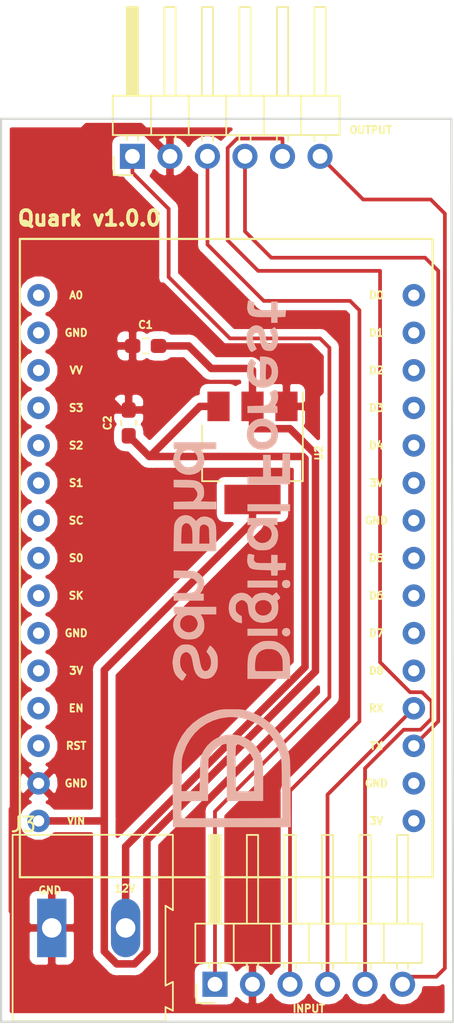
<source format=kicad_pcb>
(kicad_pcb (version 20171130) (host pcbnew "(5.0.2)-1")

  (general
    (thickness 1.6)
    (drawings 7)
    (tracks 118)
    (zones 0)
    (modules 8)
    (nets 36)
  )

  (page A4)
  (layers
    (0 F.Cu signal)
    (31 B.Cu signal)
    (32 B.Adhes user)
    (33 F.Adhes user)
    (34 B.Paste user)
    (35 F.Paste user)
    (36 B.SilkS user)
    (37 F.SilkS user)
    (38 B.Mask user)
    (39 F.Mask user)
    (40 Dwgs.User user)
    (41 Cmts.User user)
    (42 Eco1.User user)
    (43 Eco2.User user)
    (44 Edge.Cuts user)
    (45 Margin user)
    (46 B.CrtYd user)
    (47 F.CrtYd user)
    (48 B.Fab user)
    (49 F.Fab user)
  )

  (setup
    (last_trace_width 0.508)
    (user_trace_width 0.1524)
    (user_trace_width 0.254)
    (user_trace_width 0.381)
    (user_trace_width 0.508)
    (user_trace_width 0.8128)
    (trace_clearance 0.2)
    (zone_clearance 0.508)
    (zone_45_only no)
    (trace_min 0.1524)
    (segment_width 0.2)
    (edge_width 0.15)
    (via_size 0.8)
    (via_drill 0.4)
    (via_min_size 0.4)
    (via_min_drill 0.3)
    (uvia_size 0.3)
    (uvia_drill 0.1)
    (uvias_allowed no)
    (uvia_min_size 0.2)
    (uvia_min_drill 0.1)
    (pcb_text_width 0.3)
    (pcb_text_size 1.5 1.5)
    (mod_edge_width 0.15)
    (mod_text_size 1 1)
    (mod_text_width 0.15)
    (pad_size 1.524 1.524)
    (pad_drill 0.762)
    (pad_to_mask_clearance 0.051)
    (solder_mask_min_width 0.25)
    (aux_axis_origin 0 0)
    (visible_elements 7FFFFFFF)
    (pcbplotparams
      (layerselection 0x010fc_ffffffff)
      (usegerberextensions true)
      (usegerberattributes false)
      (usegerberadvancedattributes false)
      (creategerberjobfile false)
      (excludeedgelayer true)
      (linewidth 0.100000)
      (plotframeref false)
      (viasonmask false)
      (mode 1)
      (useauxorigin false)
      (hpglpennumber 1)
      (hpglpenspeed 20)
      (hpglpendiameter 15.000000)
      (psnegative false)
      (psa4output false)
      (plotreference true)
      (plotvalue true)
      (plotinvisibletext false)
      (padsonsilk false)
      (subtractmaskfromsilk false)
      (outputformat 1)
      (mirror false)
      (drillshape 0)
      (scaleselection 1)
      (outputdirectory "../quark_gerber/"))
  )

  (net 0 "")
  (net 1 "Net-(C1-Pad1)")
  (net 2 "Net-(C1-Pad2)")
  (net 3 "Net-(C2-Pad1)")
  (net 4 "Net-(J1-Pad3)")
  (net 5 "Net-(J1-Pad4)")
  (net 6 "Net-(J1-Pad5)")
  (net 7 "Net-(J1-Pad6)")
  (net 8 "Net-(J2-Pad4)")
  (net 9 "Net-(U1-Pad1)")
  (net 10 "Net-(U1-Pad2)")
  (net 11 "Net-(U1-Pad3)")
  (net 12 "Net-(U1-Pad4)")
  (net 13 "Net-(U1-Pad5)")
  (net 14 "Net-(U1-Pad6)")
  (net 15 "Net-(U1-Pad7)")
  (net 16 "Net-(U1-Pad8)")
  (net 17 "Net-(U1-Pad9)")
  (net 18 "Net-(U1-Pad10)")
  (net 19 "Net-(U1-Pad13)")
  (net 20 "Net-(U1-Pad14)")
  (net 21 "Net-(U1-Pad17)")
  (net 22 "Net-(U1-Pad18)")
  (net 23 "Net-(U1-Pad19)")
  (net 24 "Net-(U1-Pad20)")
  (net 25 "Net-(U1-Pad21)")
  (net 26 "Net-(U1-Pad22)")
  (net 27 "Net-(U1-Pad23)")
  (net 28 "Net-(U1-Pad24)")
  (net 29 "Net-(U1-Pad25)")
  (net 30 "Net-(U1-Pad26)")
  (net 31 "Net-(U1-Pad27)")
  (net 32 "Net-(U1-Pad28)")
  (net 33 "Net-(U1-Pad29)")
  (net 34 "Net-(U1-Pad0)")
  (net 35 "Net-(J1-Pad1)")

  (net_class Default "This is the default net class."
    (clearance 0.2)
    (trace_width 0.25)
    (via_dia 0.8)
    (via_drill 0.4)
    (uvia_dia 0.3)
    (uvia_drill 0.1)
    (add_net "Net-(C1-Pad1)")
    (add_net "Net-(C1-Pad2)")
    (add_net "Net-(C2-Pad1)")
    (add_net "Net-(J1-Pad1)")
    (add_net "Net-(J1-Pad3)")
    (add_net "Net-(J1-Pad4)")
    (add_net "Net-(J1-Pad5)")
    (add_net "Net-(J1-Pad6)")
    (add_net "Net-(J2-Pad4)")
    (add_net "Net-(U1-Pad0)")
    (add_net "Net-(U1-Pad1)")
    (add_net "Net-(U1-Pad10)")
    (add_net "Net-(U1-Pad13)")
    (add_net "Net-(U1-Pad14)")
    (add_net "Net-(U1-Pad17)")
    (add_net "Net-(U1-Pad18)")
    (add_net "Net-(U1-Pad19)")
    (add_net "Net-(U1-Pad2)")
    (add_net "Net-(U1-Pad20)")
    (add_net "Net-(U1-Pad21)")
    (add_net "Net-(U1-Pad22)")
    (add_net "Net-(U1-Pad23)")
    (add_net "Net-(U1-Pad24)")
    (add_net "Net-(U1-Pad25)")
    (add_net "Net-(U1-Pad26)")
    (add_net "Net-(U1-Pad27)")
    (add_net "Net-(U1-Pad28)")
    (add_net "Net-(U1-Pad29)")
    (add_net "Net-(U1-Pad3)")
    (add_net "Net-(U1-Pad4)")
    (add_net "Net-(U1-Pad5)")
    (add_net "Net-(U1-Pad6)")
    (add_net "Net-(U1-Pad7)")
    (add_net "Net-(U1-Pad8)")
    (add_net "Net-(U1-Pad9)")
  )

  (module Connector_PinHeader_2.54mm:PinHeader_1x06_P2.54mm_Horizontal (layer F.Cu) (tedit 5C7BD9AF) (tstamp 5C94DEBF)
    (at 118.618 123.317 90)
    (descr "Through hole angled pin header, 1x06, 2.54mm pitch, 6mm pin length, single row")
    (tags "Through hole angled pin header THT 1x06 2.54mm single row")
    (path /5C7C3472)
    (fp_text reference J2 (at 4.385 -2.27 90) (layer F.SilkS) hide
      (effects (font (size 1 1) (thickness 0.15)))
    )
    (fp_text value INPUT (at -1.651 6.35 180) (layer F.SilkS)
      (effects (font (size 0.5 0.5) (thickness 0.125)))
    )
    (fp_text user %R (at 2.77 6.35 180) (layer F.Fab) hide
      (effects (font (size 1 1) (thickness 0.15)))
    )
    (fp_line (start 10.55 -1.8) (end -1.8 -1.8) (layer F.CrtYd) (width 0.05))
    (fp_line (start 10.55 14.5) (end 10.55 -1.8) (layer F.CrtYd) (width 0.05))
    (fp_line (start -1.8 14.5) (end 10.55 14.5) (layer F.CrtYd) (width 0.05))
    (fp_line (start -1.8 -1.8) (end -1.8 14.5) (layer F.CrtYd) (width 0.05))
    (fp_line (start -1.27 -1.27) (end 0 -1.27) (layer F.SilkS) (width 0.12))
    (fp_line (start -1.27 0) (end -1.27 -1.27) (layer F.SilkS) (width 0.12))
    (fp_line (start 1.042929 13.08) (end 1.44 13.08) (layer F.SilkS) (width 0.12))
    (fp_line (start 1.042929 12.32) (end 1.44 12.32) (layer F.SilkS) (width 0.12))
    (fp_line (start 10.1 13.08) (end 4.1 13.08) (layer F.SilkS) (width 0.12))
    (fp_line (start 10.1 12.32) (end 10.1 13.08) (layer F.SilkS) (width 0.12))
    (fp_line (start 4.1 12.32) (end 10.1 12.32) (layer F.SilkS) (width 0.12))
    (fp_line (start 1.44 11.43) (end 4.1 11.43) (layer F.SilkS) (width 0.12))
    (fp_line (start 1.042929 10.54) (end 1.44 10.54) (layer F.SilkS) (width 0.12))
    (fp_line (start 1.042929 9.78) (end 1.44 9.78) (layer F.SilkS) (width 0.12))
    (fp_line (start 10.1 10.54) (end 4.1 10.54) (layer F.SilkS) (width 0.12))
    (fp_line (start 10.1 9.78) (end 10.1 10.54) (layer F.SilkS) (width 0.12))
    (fp_line (start 4.1 9.78) (end 10.1 9.78) (layer F.SilkS) (width 0.12))
    (fp_line (start 1.44 8.89) (end 4.1 8.89) (layer F.SilkS) (width 0.12))
    (fp_line (start 1.042929 8) (end 1.44 8) (layer F.SilkS) (width 0.12))
    (fp_line (start 1.042929 7.24) (end 1.44 7.24) (layer F.SilkS) (width 0.12))
    (fp_line (start 10.1 8) (end 4.1 8) (layer F.SilkS) (width 0.12))
    (fp_line (start 10.1 7.24) (end 10.1 8) (layer F.SilkS) (width 0.12))
    (fp_line (start 4.1 7.24) (end 10.1 7.24) (layer F.SilkS) (width 0.12))
    (fp_line (start 1.44 6.35) (end 4.1 6.35) (layer F.SilkS) (width 0.12))
    (fp_line (start 1.042929 5.46) (end 1.44 5.46) (layer F.SilkS) (width 0.12))
    (fp_line (start 1.042929 4.7) (end 1.44 4.7) (layer F.SilkS) (width 0.12))
    (fp_line (start 10.1 5.46) (end 4.1 5.46) (layer F.SilkS) (width 0.12))
    (fp_line (start 10.1 4.7) (end 10.1 5.46) (layer F.SilkS) (width 0.12))
    (fp_line (start 4.1 4.7) (end 10.1 4.7) (layer F.SilkS) (width 0.12))
    (fp_line (start 1.44 3.81) (end 4.1 3.81) (layer F.SilkS) (width 0.12))
    (fp_line (start 1.042929 2.92) (end 1.44 2.92) (layer F.SilkS) (width 0.12))
    (fp_line (start 1.042929 2.16) (end 1.44 2.16) (layer F.SilkS) (width 0.12))
    (fp_line (start 10.1 2.92) (end 4.1 2.92) (layer F.SilkS) (width 0.12))
    (fp_line (start 10.1 2.16) (end 10.1 2.92) (layer F.SilkS) (width 0.12))
    (fp_line (start 4.1 2.16) (end 10.1 2.16) (layer F.SilkS) (width 0.12))
    (fp_line (start 1.44 1.27) (end 4.1 1.27) (layer F.SilkS) (width 0.12))
    (fp_line (start 1.11 0.38) (end 1.44 0.38) (layer F.SilkS) (width 0.12))
    (fp_line (start 1.11 -0.38) (end 1.44 -0.38) (layer F.SilkS) (width 0.12))
    (fp_line (start 4.1 0.28) (end 10.1 0.28) (layer F.SilkS) (width 0.12))
    (fp_line (start 4.1 0.16) (end 10.1 0.16) (layer F.SilkS) (width 0.12))
    (fp_line (start 4.1 0.04) (end 10.1 0.04) (layer F.SilkS) (width 0.12))
    (fp_line (start 4.1 -0.08) (end 10.1 -0.08) (layer F.SilkS) (width 0.12))
    (fp_line (start 4.1 -0.2) (end 10.1 -0.2) (layer F.SilkS) (width 0.12))
    (fp_line (start 4.1 -0.32) (end 10.1 -0.32) (layer F.SilkS) (width 0.12))
    (fp_line (start 10.1 0.38) (end 4.1 0.38) (layer F.SilkS) (width 0.12))
    (fp_line (start 10.1 -0.38) (end 10.1 0.38) (layer F.SilkS) (width 0.12))
    (fp_line (start 4.1 -0.38) (end 10.1 -0.38) (layer F.SilkS) (width 0.12))
    (fp_line (start 4.1 -1.33) (end 1.44 -1.33) (layer F.SilkS) (width 0.12))
    (fp_line (start 4.1 14.03) (end 4.1 -1.33) (layer F.SilkS) (width 0.12))
    (fp_line (start 1.44 14.03) (end 4.1 14.03) (layer F.SilkS) (width 0.12))
    (fp_line (start 1.44 -1.33) (end 1.44 14.03) (layer F.SilkS) (width 0.12))
    (fp_line (start 4.04 13.02) (end 10.04 13.02) (layer F.Fab) (width 0.1))
    (fp_line (start 10.04 12.38) (end 10.04 13.02) (layer F.Fab) (width 0.1))
    (fp_line (start 4.04 12.38) (end 10.04 12.38) (layer F.Fab) (width 0.1))
    (fp_line (start -0.32 13.02) (end 1.5 13.02) (layer F.Fab) (width 0.1))
    (fp_line (start -0.32 12.38) (end -0.32 13.02) (layer F.Fab) (width 0.1))
    (fp_line (start -0.32 12.38) (end 1.5 12.38) (layer F.Fab) (width 0.1))
    (fp_line (start 4.04 10.48) (end 10.04 10.48) (layer F.Fab) (width 0.1))
    (fp_line (start 10.04 9.84) (end 10.04 10.48) (layer F.Fab) (width 0.1))
    (fp_line (start 4.04 9.84) (end 10.04 9.84) (layer F.Fab) (width 0.1))
    (fp_line (start -0.32 10.48) (end 1.5 10.48) (layer F.Fab) (width 0.1))
    (fp_line (start -0.32 9.84) (end -0.32 10.48) (layer F.Fab) (width 0.1))
    (fp_line (start -0.32 9.84) (end 1.5 9.84) (layer F.Fab) (width 0.1))
    (fp_line (start 4.04 7.94) (end 10.04 7.94) (layer F.Fab) (width 0.1))
    (fp_line (start 10.04 7.3) (end 10.04 7.94) (layer F.Fab) (width 0.1))
    (fp_line (start 4.04 7.3) (end 10.04 7.3) (layer F.Fab) (width 0.1))
    (fp_line (start -0.32 7.94) (end 1.5 7.94) (layer F.Fab) (width 0.1))
    (fp_line (start -0.32 7.3) (end -0.32 7.94) (layer F.Fab) (width 0.1))
    (fp_line (start -0.32 7.3) (end 1.5 7.3) (layer F.Fab) (width 0.1))
    (fp_line (start 4.04 5.4) (end 10.04 5.4) (layer F.Fab) (width 0.1))
    (fp_line (start 10.04 4.76) (end 10.04 5.4) (layer F.Fab) (width 0.1))
    (fp_line (start 4.04 4.76) (end 10.04 4.76) (layer F.Fab) (width 0.1))
    (fp_line (start -0.32 5.4) (end 1.5 5.4) (layer F.Fab) (width 0.1))
    (fp_line (start -0.32 4.76) (end -0.32 5.4) (layer F.Fab) (width 0.1))
    (fp_line (start -0.32 4.76) (end 1.5 4.76) (layer F.Fab) (width 0.1))
    (fp_line (start 4.04 2.86) (end 10.04 2.86) (layer F.Fab) (width 0.1))
    (fp_line (start 10.04 2.22) (end 10.04 2.86) (layer F.Fab) (width 0.1))
    (fp_line (start 4.04 2.22) (end 10.04 2.22) (layer F.Fab) (width 0.1))
    (fp_line (start -0.32 2.86) (end 1.5 2.86) (layer F.Fab) (width 0.1))
    (fp_line (start -0.32 2.22) (end -0.32 2.86) (layer F.Fab) (width 0.1))
    (fp_line (start -0.32 2.22) (end 1.5 2.22) (layer F.Fab) (width 0.1))
    (fp_line (start 4.04 0.32) (end 10.04 0.32) (layer F.Fab) (width 0.1))
    (fp_line (start 10.04 -0.32) (end 10.04 0.32) (layer F.Fab) (width 0.1))
    (fp_line (start 4.04 -0.32) (end 10.04 -0.32) (layer F.Fab) (width 0.1))
    (fp_line (start -0.32 0.32) (end 1.5 0.32) (layer F.Fab) (width 0.1))
    (fp_line (start -0.32 -0.32) (end -0.32 0.32) (layer F.Fab) (width 0.1))
    (fp_line (start -0.32 -0.32) (end 1.5 -0.32) (layer F.Fab) (width 0.1))
    (fp_line (start 1.5 -0.635) (end 2.135 -1.27) (layer F.Fab) (width 0.1))
    (fp_line (start 1.5 13.97) (end 1.5 -0.635) (layer F.Fab) (width 0.1))
    (fp_line (start 4.04 13.97) (end 1.5 13.97) (layer F.Fab) (width 0.1))
    (fp_line (start 4.04 -1.27) (end 4.04 13.97) (layer F.Fab) (width 0.1))
    (fp_line (start 2.135 -1.27) (end 4.04 -1.27) (layer F.Fab) (width 0.1))
    (pad 6 thru_hole oval (at 0 12.7 90) (size 1.7 1.7) (drill 1) (layers *.Cu *.Mask)
      (net 7 "Net-(J1-Pad6)"))
    (pad 5 thru_hole oval (at 0 10.16 90) (size 1.7 1.7) (drill 1) (layers *.Cu *.Mask)
      (net 6 "Net-(J1-Pad5)"))
    (pad 4 thru_hole oval (at 0 7.62 90) (size 1.7 1.7) (drill 1) (layers *.Cu *.Mask)
      (net 8 "Net-(J2-Pad4)"))
    (pad 3 thru_hole oval (at 0 5.08 90) (size 1.7 1.7) (drill 1) (layers *.Cu *.Mask)
      (net 4 "Net-(J1-Pad3)"))
    (pad 2 thru_hole oval (at 0 2.54 90) (size 1.7 1.7) (drill 1) (layers *.Cu *.Mask)
      (net 1 "Net-(C1-Pad1)"))
    (pad 1 thru_hole rect (at 0 0 90) (size 1.7 1.7) (drill 1) (layers *.Cu *.Mask)
      (net 35 "Net-(J1-Pad1)"))
    (model ${KISYS3DMOD}/Connector_PinHeader_2.54mm.3dshapes/PinHeader_1x06_P2.54mm_Horizontal.wrl
      (at (xyz 0 0 0))
      (scale (xyz 1 1 1))
      (rotate (xyz 0 0 0))
    )
  )

  (module nodemcu:nodemcu (layer F.Cu) (tedit 5C7BA9D9) (tstamp 5C94DF04)
    (at 119.38 107.188)
    (descr "Footprint for nodemcu v3 by lolin")
    (path /5C76D6BB)
    (fp_text reference U1 (at 0 11.43) (layer F.SilkS) hide
      (effects (font (size 1 1) (thickness 0.15)))
    )
    (fp_text value NodeMCU (at 0.254 -1.016) (layer F.Fab) hide
      (effects (font (size 1 1) (thickness 0.15)))
    )
    (fp_line (start 13.97 -34.29) (end -13.97 -34.29) (layer F.SilkS) (width 0.15))
    (fp_line (start -13.97 -34.29) (end -13.97 7.62) (layer F.SilkS) (width 0.15))
    (fp_line (start -13.97 7.62) (end -13.97 8.89) (layer F.SilkS) (width 0.15))
    (fp_line (start -13.97 8.89) (end 13.97 8.89) (layer F.SilkS) (width 0.15))
    (fp_line (start 13.97 8.89) (end 13.97 -34.29) (layer F.SilkS) (width 0.15))
    (fp_text user D0 (at 10.16 -30.48) (layer F.SilkS)
      (effects (font (size 0.5 0.5) (thickness 0.125)))
    )
    (fp_text user VIN (at -10.16 5.08) (layer F.SilkS)
      (effects (font (size 0.5 0.5) (thickness 0.125)))
    )
    (fp_text user GND (at -10.16 2.54) (layer F.SilkS)
      (effects (font (size 0.5 0.5) (thickness 0.125)))
    )
    (fp_text user TX (at 10.16 0) (layer F.SilkS)
      (effects (font (size 0.5 0.5) (thickness 0.125)))
    )
    (fp_text user RX (at 10.16 -2.54) (layer F.SilkS)
      (effects (font (size 0.5 0.5) (thickness 0.125)))
    )
    (fp_text user GND (at 10.16 2.54) (layer F.SilkS)
      (effects (font (size 0.5 0.5) (thickness 0.125)))
    )
    (fp_text user 3V (at 10.16 5.08) (layer F.SilkS)
      (effects (font (size 0.5 0.5) (thickness 0.125)))
    )
    (fp_text user 3V (at -10.16 -5.08) (layer F.SilkS)
      (effects (font (size 0.5 0.5) (thickness 0.125)))
    )
    (fp_text user GND (at -10.16 -7.62) (layer F.SilkS)
      (effects (font (size 0.5 0.5) (thickness 0.125)))
    )
    (fp_text user GND (at -10.16 -27.94) (layer F.SilkS)
      (effects (font (size 0.5 0.5) (thickness 0.125)))
    )
    (fp_text user D8 (at 10.16 -5.08) (layer F.SilkS)
      (effects (font (size 0.5 0.5) (thickness 0.125)))
    )
    (fp_text user D7 (at 10.16 -7.62) (layer F.SilkS)
      (effects (font (size 0.5 0.5) (thickness 0.125)))
    )
    (fp_text user D6 (at 10.16 -10.16) (layer F.SilkS)
      (effects (font (size 0.5 0.5) (thickness 0.125)))
    )
    (fp_text user D5 (at 10.16 -12.7) (layer F.SilkS)
      (effects (font (size 0.5 0.5) (thickness 0.125)))
    )
    (fp_text user GND (at 10.16 -15.24) (layer F.SilkS)
      (effects (font (size 0.5 0.5) (thickness 0.125)))
    )
    (fp_text user 3V (at 10.16 -17.78) (layer F.SilkS)
      (effects (font (size 0.5 0.5) (thickness 0.125)))
    )
    (fp_text user D4 (at 10.16 -20.32) (layer F.SilkS)
      (effects (font (size 0.5 0.5) (thickness 0.125)))
    )
    (fp_text user D3 (at 10.16 -22.86) (layer F.SilkS)
      (effects (font (size 0.5 0.5) (thickness 0.125)))
    )
    (fp_text user D2 (at 10.16 -25.4) (layer F.SilkS)
      (effects (font (size 0.5 0.5) (thickness 0.125)))
    )
    (fp_text user D1 (at 10.16 -27.94) (layer F.SilkS)
      (effects (font (size 0.5 0.5) (thickness 0.125)))
    )
    (fp_text user A0 (at -10.16 -30.48) (layer F.SilkS)
      (effects (font (size 0.5 0.5) (thickness 0.125)))
    )
    (fp_text user VV (at -10.16 -25.4) (layer F.SilkS)
      (effects (font (size 0.5 0.5) (thickness 0.125)))
    )
    (fp_text user S3 (at -10.16 -22.86) (layer F.SilkS)
      (effects (font (size 0.5 0.5) (thickness 0.125)))
    )
    (fp_text user S2 (at -10.16 -20.32) (layer F.SilkS)
      (effects (font (size 0.5 0.5) (thickness 0.125)))
    )
    (fp_text user S1 (at -10.16 -17.78) (layer F.SilkS)
      (effects (font (size 0.5 0.5) (thickness 0.125)))
    )
    (fp_text user SC (at -10.16 -15.24) (layer F.SilkS)
      (effects (font (size 0.5 0.5) (thickness 0.125)))
    )
    (fp_text user S0 (at -10.16 -12.7) (layer F.SilkS)
      (effects (font (size 0.5 0.5) (thickness 0.125)))
    )
    (fp_text user SK (at -10.16 -10.16) (layer F.SilkS)
      (effects (font (size 0.5 0.5) (thickness 0.125)))
    )
    (fp_text user EN (at -10.16 -2.54) (layer F.SilkS)
      (effects (font (size 0.5 0.5) (thickness 0.125)))
    )
    (fp_text user RST (at -10.16 0) (layer F.SilkS)
      (effects (font (size 0.5 0.5) (thickness 0.125)))
    )
    (pad 1 thru_hole circle (at 12.7 -27.94) (size 1.524 1.524) (drill 0.762) (layers *.Cu *.Mask)
      (net 9 "Net-(U1-Pad1)"))
    (pad 2 thru_hole circle (at 12.7 -25.4) (size 1.524 1.524) (drill 0.762) (layers *.Cu *.Mask)
      (net 10 "Net-(U1-Pad2)"))
    (pad 3 thru_hole circle (at 12.7 -22.86) (size 1.524 1.524) (drill 0.762) (layers *.Cu *.Mask)
      (net 11 "Net-(U1-Pad3)"))
    (pad 4 thru_hole circle (at 12.7 -20.32) (size 1.524 1.524) (drill 0.762) (layers *.Cu *.Mask)
      (net 12 "Net-(U1-Pad4)"))
    (pad 5 thru_hole circle (at 12.7 -17.78) (size 1.524 1.524) (drill 0.762) (layers *.Cu *.Mask)
      (net 13 "Net-(U1-Pad5)"))
    (pad 6 thru_hole circle (at 12.7 -15.24) (size 1.524 1.524) (drill 0.762) (layers *.Cu *.Mask)
      (net 14 "Net-(U1-Pad6)"))
    (pad 7 thru_hole circle (at 12.7 -12.7) (size 1.524 1.524) (drill 0.762) (layers *.Cu *.Mask)
      (net 15 "Net-(U1-Pad7)"))
    (pad 8 thru_hole circle (at 12.7 -10.16) (size 1.524 1.524) (drill 0.762) (layers *.Cu *.Mask)
      (net 16 "Net-(U1-Pad8)"))
    (pad 9 thru_hole circle (at 12.7 -7.62) (size 1.524 1.524) (drill 0.762) (layers *.Cu *.Mask)
      (net 17 "Net-(U1-Pad9)"))
    (pad 10 thru_hole circle (at 12.7 -5.08) (size 1.524 1.524) (drill 0.762) (layers *.Cu *.Mask)
      (net 18 "Net-(U1-Pad10)"))
    (pad 11 thru_hole circle (at 12.7 -2.54) (size 1.524 1.524) (drill 0.762) (layers *.Cu *.Mask)
      (net 8 "Net-(J2-Pad4)"))
    (pad 12 thru_hole circle (at 12.7 0) (size 1.524 1.524) (drill 0.762) (layers *.Cu *.Mask)
      (net 5 "Net-(J1-Pad4)"))
    (pad 13 thru_hole circle (at 12.7 2.54) (size 1.524 1.524) (drill 0.762) (layers *.Cu *.Mask)
      (net 19 "Net-(U1-Pad13)"))
    (pad 14 thru_hole circle (at 12.7 5.08) (size 1.524 1.524) (drill 0.762) (layers *.Cu *.Mask)
      (net 20 "Net-(U1-Pad14)"))
    (pad 15 thru_hole circle (at -12.7 5.08) (size 1.524 1.524) (drill 0.762) (layers *.Cu *.Mask)
      (net 2 "Net-(C1-Pad2)"))
    (pad 16 thru_hole circle (at -12.7 2.54) (size 1.524 1.524) (drill 0.762) (layers *.Cu *.Mask)
      (net 1 "Net-(C1-Pad1)"))
    (pad 17 thru_hole circle (at -12.7 0) (size 1.524 1.524) (drill 0.762) (layers *.Cu *.Mask)
      (net 21 "Net-(U1-Pad17)"))
    (pad 18 thru_hole circle (at -12.7 -2.54) (size 1.524 1.524) (drill 0.762) (layers *.Cu *.Mask)
      (net 22 "Net-(U1-Pad18)"))
    (pad 19 thru_hole circle (at -12.7 -5.08) (size 1.524 1.524) (drill 0.762) (layers *.Cu *.Mask)
      (net 23 "Net-(U1-Pad19)"))
    (pad 20 thru_hole circle (at -12.7 -7.62) (size 1.524 1.524) (drill 0.762) (layers *.Cu *.Mask)
      (net 24 "Net-(U1-Pad20)"))
    (pad 21 thru_hole circle (at -12.7 -10.16) (size 1.524 1.524) (drill 0.762) (layers *.Cu *.Mask)
      (net 25 "Net-(U1-Pad21)"))
    (pad 22 thru_hole circle (at -12.7 -12.7) (size 1.524 1.524) (drill 0.762) (layers *.Cu *.Mask)
      (net 26 "Net-(U1-Pad22)"))
    (pad 23 thru_hole circle (at -12.7 -15.24) (size 1.524 1.524) (drill 0.762) (layers *.Cu *.Mask)
      (net 27 "Net-(U1-Pad23)"))
    (pad 24 thru_hole circle (at -12.7 -17.78) (size 1.524 1.524) (drill 0.762) (layers *.Cu *.Mask)
      (net 28 "Net-(U1-Pad24)"))
    (pad 25 thru_hole circle (at -12.7 -20.32) (size 1.524 1.524) (drill 0.762) (layers *.Cu *.Mask)
      (net 29 "Net-(U1-Pad25)"))
    (pad 26 thru_hole circle (at -12.7 -22.86) (size 1.524 1.524) (drill 0.762) (layers *.Cu *.Mask)
      (net 30 "Net-(U1-Pad26)"))
    (pad 27 thru_hole circle (at -12.7 -25.4) (size 1.524 1.524) (drill 0.762) (layers *.Cu *.Mask)
      (net 31 "Net-(U1-Pad27)"))
    (pad 28 thru_hole circle (at -12.7 -27.94) (size 1.524 1.524) (drill 0.762) (layers *.Cu *.Mask)
      (net 32 "Net-(U1-Pad28)"))
    (pad 29 thru_hole circle (at -12.7 -30.48) (size 1.524 1.524) (drill 0.762) (layers *.Cu *.Mask)
      (net 33 "Net-(U1-Pad29)"))
    (pad 0 thru_hole circle (at 12.7 -30.48) (size 1.524 1.524) (drill 0.762) (layers *.Cu *.Mask)
      (net 34 "Net-(U1-Pad0)"))
  )

  (module Capacitor_SMD:C_0603_1608Metric_Pad1.05x0.95mm_HandSolder (layer F.Cu) (tedit 5C7BAAEF) (tstamp 5C94DDE0)
    (at 113.919 80.137)
    (descr "Capacitor SMD 0603 (1608 Metric), square (rectangular) end terminal, IPC_7351 nominal with elongated pad for handsoldering. (Body size source: http://www.tortai-tech.com/upload/download/2011102023233369053.pdf), generated with kicad-footprint-generator")
    (tags "capacitor handsolder")
    (path /5C7C5540)
    (attr smd)
    (fp_text reference C1 (at 0 -1.43) (layer F.SilkS)
      (effects (font (size 0.5 0.5) (thickness 0.125)))
    )
    (fp_text value 10uF (at 0 2.018) (layer F.Fab)
      (effects (font (size 0.5 0.5) (thickness 0.125)))
    )
    (fp_line (start -0.8 0.4) (end -0.8 -0.4) (layer F.Fab) (width 0.1))
    (fp_line (start -0.8 -0.4) (end 0.8 -0.4) (layer F.Fab) (width 0.1))
    (fp_line (start 0.8 -0.4) (end 0.8 0.4) (layer F.Fab) (width 0.1))
    (fp_line (start 0.8 0.4) (end -0.8 0.4) (layer F.Fab) (width 0.1))
    (fp_line (start -0.171267 -0.51) (end 0.171267 -0.51) (layer F.SilkS) (width 0.12))
    (fp_line (start -0.171267 0.51) (end 0.171267 0.51) (layer F.SilkS) (width 0.12))
    (fp_line (start -1.65 0.73) (end -1.65 -0.73) (layer F.CrtYd) (width 0.05))
    (fp_line (start -1.65 -0.73) (end 1.65 -0.73) (layer F.CrtYd) (width 0.05))
    (fp_line (start 1.65 -0.73) (end 1.65 0.73) (layer F.CrtYd) (width 0.05))
    (fp_line (start 1.65 0.73) (end -1.65 0.73) (layer F.CrtYd) (width 0.05))
    (fp_text user %R (at 0 0) (layer F.Fab)
      (effects (font (size 0.4 0.4) (thickness 0.06)))
    )
    (pad 1 smd roundrect (at -0.875 0) (size 1.05 0.95) (layers F.Cu F.Paste F.Mask) (roundrect_rratio 0.25)
      (net 1 "Net-(C1-Pad1)"))
    (pad 2 smd roundrect (at 0.875 0) (size 1.05 0.95) (layers F.Cu F.Paste F.Mask) (roundrect_rratio 0.25)
      (net 2 "Net-(C1-Pad2)"))
    (model ${KISYS3DMOD}/Capacitor_SMD.3dshapes/C_0603_1608Metric.wrl
      (at (xyz 0 0 0))
      (scale (xyz 1 1 1))
      (rotate (xyz 0 0 0))
    )
  )

  (module Capacitor_SMD:C_0603_1608Metric_Pad1.05x0.95mm_HandSolder (layer F.Cu) (tedit 5C7BAAE3) (tstamp 5C94DDF1)
    (at 112.776 85.344 90)
    (descr "Capacitor SMD 0603 (1608 Metric), square (rectangular) end terminal, IPC_7351 nominal with elongated pad for handsoldering. (Body size source: http://www.tortai-tech.com/upload/download/2011102023233369053.pdf), generated with kicad-footprint-generator")
    (tags "capacitor handsolder")
    (path /5C7C55CB)
    (attr smd)
    (fp_text reference C2 (at 0 -1.43 90) (layer F.SilkS)
      (effects (font (size 0.5 0.5) (thickness 0.125)))
    )
    (fp_text value 10uF (at 0.127 2.046 90) (layer F.Fab)
      (effects (font (size 0.5 0.5) (thickness 0.125)))
    )
    (fp_text user %R (at 0 0 90) (layer F.Fab) hide
      (effects (font (size 0.4 0.4) (thickness 0.06)))
    )
    (fp_line (start 1.65 0.73) (end -1.65 0.73) (layer F.CrtYd) (width 0.05))
    (fp_line (start 1.65 -0.73) (end 1.65 0.73) (layer F.CrtYd) (width 0.05))
    (fp_line (start -1.65 -0.73) (end 1.65 -0.73) (layer F.CrtYd) (width 0.05))
    (fp_line (start -1.65 0.73) (end -1.65 -0.73) (layer F.CrtYd) (width 0.05))
    (fp_line (start -0.171267 0.51) (end 0.171267 0.51) (layer F.SilkS) (width 0.12))
    (fp_line (start -0.171267 -0.51) (end 0.171267 -0.51) (layer F.SilkS) (width 0.12))
    (fp_line (start 0.8 0.4) (end -0.8 0.4) (layer F.Fab) (width 0.1))
    (fp_line (start 0.8 -0.4) (end 0.8 0.4) (layer F.Fab) (width 0.1))
    (fp_line (start -0.8 -0.4) (end 0.8 -0.4) (layer F.Fab) (width 0.1))
    (fp_line (start -0.8 0.4) (end -0.8 -0.4) (layer F.Fab) (width 0.1))
    (pad 2 smd roundrect (at 0.875 0 90) (size 1.05 0.95) (layers F.Cu F.Paste F.Mask) (roundrect_rratio 0.25)
      (net 1 "Net-(C1-Pad1)"))
    (pad 1 smd roundrect (at -0.875 0 90) (size 1.05 0.95) (layers F.Cu F.Paste F.Mask) (roundrect_rratio 0.25)
      (net 3 "Net-(C2-Pad1)"))
    (model ${KISYS3DMOD}/Capacitor_SMD.3dshapes/C_0603_1608Metric.wrl
      (at (xyz 0 0 0))
      (scale (xyz 1 1 1))
      (rotate (xyz 0 0 0))
    )
  )

  (module Connector_PinHeader_2.54mm:PinHeader_1x06_P2.54mm_Horizontal (layer F.Cu) (tedit 5C7BDE07) (tstamp 5C94DE58)
    (at 113.03 67.31 90)
    (descr "Through hole angled pin header, 1x06, 2.54mm pitch, 6mm pin length, single row")
    (tags "Through hole angled pin header THT 1x06 2.54mm single row")
    (path /5C7C2FB4)
    (fp_text reference J1 (at 4.385 -2.27 90) (layer F.SilkS) hide
      (effects (font (size 1 1) (thickness 0.15)))
    )
    (fp_text value OUTPUT (at 1.778 16.129 180) (layer F.SilkS)
      (effects (font (size 0.5 0.5) (thickness 0.125)))
    )
    (fp_line (start 2.135 -1.27) (end 4.04 -1.27) (layer F.Fab) (width 0.1))
    (fp_line (start 4.04 -1.27) (end 4.04 13.97) (layer F.Fab) (width 0.1))
    (fp_line (start 4.04 13.97) (end 1.5 13.97) (layer F.Fab) (width 0.1))
    (fp_line (start 1.5 13.97) (end 1.5 -0.635) (layer F.Fab) (width 0.1))
    (fp_line (start 1.5 -0.635) (end 2.135 -1.27) (layer F.Fab) (width 0.1))
    (fp_line (start -0.32 -0.32) (end 1.5 -0.32) (layer F.Fab) (width 0.1))
    (fp_line (start -0.32 -0.32) (end -0.32 0.32) (layer F.Fab) (width 0.1))
    (fp_line (start -0.32 0.32) (end 1.5 0.32) (layer F.Fab) (width 0.1))
    (fp_line (start 4.04 -0.32) (end 10.04 -0.32) (layer F.Fab) (width 0.1))
    (fp_line (start 10.04 -0.32) (end 10.04 0.32) (layer F.Fab) (width 0.1))
    (fp_line (start 4.04 0.32) (end 10.04 0.32) (layer F.Fab) (width 0.1))
    (fp_line (start -0.32 2.22) (end 1.5 2.22) (layer F.Fab) (width 0.1))
    (fp_line (start -0.32 2.22) (end -0.32 2.86) (layer F.Fab) (width 0.1))
    (fp_line (start -0.32 2.86) (end 1.5 2.86) (layer F.Fab) (width 0.1))
    (fp_line (start 4.04 2.22) (end 10.04 2.22) (layer F.Fab) (width 0.1))
    (fp_line (start 10.04 2.22) (end 10.04 2.86) (layer F.Fab) (width 0.1))
    (fp_line (start 4.04 2.86) (end 10.04 2.86) (layer F.Fab) (width 0.1))
    (fp_line (start -0.32 4.76) (end 1.5 4.76) (layer F.Fab) (width 0.1))
    (fp_line (start -0.32 4.76) (end -0.32 5.4) (layer F.Fab) (width 0.1))
    (fp_line (start -0.32 5.4) (end 1.5 5.4) (layer F.Fab) (width 0.1))
    (fp_line (start 4.04 4.76) (end 10.04 4.76) (layer F.Fab) (width 0.1))
    (fp_line (start 10.04 4.76) (end 10.04 5.4) (layer F.Fab) (width 0.1))
    (fp_line (start 4.04 5.4) (end 10.04 5.4) (layer F.Fab) (width 0.1))
    (fp_line (start -0.32 7.3) (end 1.5 7.3) (layer F.Fab) (width 0.1))
    (fp_line (start -0.32 7.3) (end -0.32 7.94) (layer F.Fab) (width 0.1))
    (fp_line (start -0.32 7.94) (end 1.5 7.94) (layer F.Fab) (width 0.1))
    (fp_line (start 4.04 7.3) (end 10.04 7.3) (layer F.Fab) (width 0.1))
    (fp_line (start 10.04 7.3) (end 10.04 7.94) (layer F.Fab) (width 0.1))
    (fp_line (start 4.04 7.94) (end 10.04 7.94) (layer F.Fab) (width 0.1))
    (fp_line (start -0.32 9.84) (end 1.5 9.84) (layer F.Fab) (width 0.1))
    (fp_line (start -0.32 9.84) (end -0.32 10.48) (layer F.Fab) (width 0.1))
    (fp_line (start -0.32 10.48) (end 1.5 10.48) (layer F.Fab) (width 0.1))
    (fp_line (start 4.04 9.84) (end 10.04 9.84) (layer F.Fab) (width 0.1))
    (fp_line (start 10.04 9.84) (end 10.04 10.48) (layer F.Fab) (width 0.1))
    (fp_line (start 4.04 10.48) (end 10.04 10.48) (layer F.Fab) (width 0.1))
    (fp_line (start -0.32 12.38) (end 1.5 12.38) (layer F.Fab) (width 0.1))
    (fp_line (start -0.32 12.38) (end -0.32 13.02) (layer F.Fab) (width 0.1))
    (fp_line (start -0.32 13.02) (end 1.5 13.02) (layer F.Fab) (width 0.1))
    (fp_line (start 4.04 12.38) (end 10.04 12.38) (layer F.Fab) (width 0.1))
    (fp_line (start 10.04 12.38) (end 10.04 13.02) (layer F.Fab) (width 0.1))
    (fp_line (start 4.04 13.02) (end 10.04 13.02) (layer F.Fab) (width 0.1))
    (fp_line (start 1.44 -1.33) (end 1.44 14.03) (layer F.SilkS) (width 0.12))
    (fp_line (start 1.44 14.03) (end 4.1 14.03) (layer F.SilkS) (width 0.12))
    (fp_line (start 4.1 14.03) (end 4.1 -1.33) (layer F.SilkS) (width 0.12))
    (fp_line (start 4.1 -1.33) (end 1.44 -1.33) (layer F.SilkS) (width 0.12))
    (fp_line (start 4.1 -0.38) (end 10.1 -0.38) (layer F.SilkS) (width 0.12))
    (fp_line (start 10.1 -0.38) (end 10.1 0.38) (layer F.SilkS) (width 0.12))
    (fp_line (start 10.1 0.38) (end 4.1 0.38) (layer F.SilkS) (width 0.12))
    (fp_line (start 4.1 -0.32) (end 10.1 -0.32) (layer F.SilkS) (width 0.12))
    (fp_line (start 4.1 -0.2) (end 10.1 -0.2) (layer F.SilkS) (width 0.12))
    (fp_line (start 4.1 -0.08) (end 10.1 -0.08) (layer F.SilkS) (width 0.12))
    (fp_line (start 4.1 0.04) (end 10.1 0.04) (layer F.SilkS) (width 0.12))
    (fp_line (start 4.1 0.16) (end 10.1 0.16) (layer F.SilkS) (width 0.12))
    (fp_line (start 4.1 0.28) (end 10.1 0.28) (layer F.SilkS) (width 0.12))
    (fp_line (start 1.11 -0.38) (end 1.44 -0.38) (layer F.SilkS) (width 0.12))
    (fp_line (start 1.11 0.38) (end 1.44 0.38) (layer F.SilkS) (width 0.12))
    (fp_line (start 1.44 1.27) (end 4.1 1.27) (layer F.SilkS) (width 0.12))
    (fp_line (start 4.1 2.16) (end 10.1 2.16) (layer F.SilkS) (width 0.12))
    (fp_line (start 10.1 2.16) (end 10.1 2.92) (layer F.SilkS) (width 0.12))
    (fp_line (start 10.1 2.92) (end 4.1 2.92) (layer F.SilkS) (width 0.12))
    (fp_line (start 1.042929 2.16) (end 1.44 2.16) (layer F.SilkS) (width 0.12))
    (fp_line (start 1.042929 2.92) (end 1.44 2.92) (layer F.SilkS) (width 0.12))
    (fp_line (start 1.44 3.81) (end 4.1 3.81) (layer F.SilkS) (width 0.12))
    (fp_line (start 4.1 4.7) (end 10.1 4.7) (layer F.SilkS) (width 0.12))
    (fp_line (start 10.1 4.7) (end 10.1 5.46) (layer F.SilkS) (width 0.12))
    (fp_line (start 10.1 5.46) (end 4.1 5.46) (layer F.SilkS) (width 0.12))
    (fp_line (start 1.042929 4.7) (end 1.44 4.7) (layer F.SilkS) (width 0.12))
    (fp_line (start 1.042929 5.46) (end 1.44 5.46) (layer F.SilkS) (width 0.12))
    (fp_line (start 1.44 6.35) (end 4.1 6.35) (layer F.SilkS) (width 0.12))
    (fp_line (start 4.1 7.24) (end 10.1 7.24) (layer F.SilkS) (width 0.12))
    (fp_line (start 10.1 7.24) (end 10.1 8) (layer F.SilkS) (width 0.12))
    (fp_line (start 10.1 8) (end 4.1 8) (layer F.SilkS) (width 0.12))
    (fp_line (start 1.042929 7.24) (end 1.44 7.24) (layer F.SilkS) (width 0.12))
    (fp_line (start 1.042929 8) (end 1.44 8) (layer F.SilkS) (width 0.12))
    (fp_line (start 1.44 8.89) (end 4.1 8.89) (layer F.SilkS) (width 0.12))
    (fp_line (start 4.1 9.78) (end 10.1 9.78) (layer F.SilkS) (width 0.12))
    (fp_line (start 10.1 9.78) (end 10.1 10.54) (layer F.SilkS) (width 0.12))
    (fp_line (start 10.1 10.54) (end 4.1 10.54) (layer F.SilkS) (width 0.12))
    (fp_line (start 1.042929 9.78) (end 1.44 9.78) (layer F.SilkS) (width 0.12))
    (fp_line (start 1.042929 10.54) (end 1.44 10.54) (layer F.SilkS) (width 0.12))
    (fp_line (start 1.44 11.43) (end 4.1 11.43) (layer F.SilkS) (width 0.12))
    (fp_line (start 4.1 12.32) (end 10.1 12.32) (layer F.SilkS) (width 0.12))
    (fp_line (start 10.1 12.32) (end 10.1 13.08) (layer F.SilkS) (width 0.12))
    (fp_line (start 10.1 13.08) (end 4.1 13.08) (layer F.SilkS) (width 0.12))
    (fp_line (start 1.042929 12.32) (end 1.44 12.32) (layer F.SilkS) (width 0.12))
    (fp_line (start 1.042929 13.08) (end 1.44 13.08) (layer F.SilkS) (width 0.12))
    (fp_line (start -1.27 0) (end -1.27 -1.27) (layer F.SilkS) (width 0.12))
    (fp_line (start -1.27 -1.27) (end 0 -1.27) (layer F.SilkS) (width 0.12))
    (fp_line (start -1.8 -1.8) (end -1.8 14.5) (layer F.CrtYd) (width 0.05))
    (fp_line (start -1.8 14.5) (end 10.55 14.5) (layer F.CrtYd) (width 0.05))
    (fp_line (start 10.55 14.5) (end 10.55 -1.8) (layer F.CrtYd) (width 0.05))
    (fp_line (start 10.55 -1.8) (end -1.8 -1.8) (layer F.CrtYd) (width 0.05))
    (fp_text user %R (at 2.77 6.35 180) (layer F.Fab)
      (effects (font (size 1 1) (thickness 0.15)))
    )
    (pad 1 thru_hole rect (at 0 0 90) (size 1.7 1.7) (drill 1) (layers *.Cu *.Mask)
      (net 35 "Net-(J1-Pad1)"))
    (pad 2 thru_hole oval (at 0 2.54 90) (size 1.7 1.7) (drill 1) (layers *.Cu *.Mask)
      (net 1 "Net-(C1-Pad1)"))
    (pad 3 thru_hole oval (at 0 5.08 90) (size 1.7 1.7) (drill 1) (layers *.Cu *.Mask)
      (net 4 "Net-(J1-Pad3)"))
    (pad 4 thru_hole oval (at 0 7.62 90) (size 1.7 1.7) (drill 1) (layers *.Cu *.Mask)
      (net 5 "Net-(J1-Pad4)"))
    (pad 5 thru_hole oval (at 0 10.16 90) (size 1.7 1.7) (drill 1) (layers *.Cu *.Mask)
      (net 6 "Net-(J1-Pad5)"))
    (pad 6 thru_hole oval (at 0 12.7 90) (size 1.7 1.7) (drill 1) (layers *.Cu *.Mask)
      (net 7 "Net-(J1-Pad6)"))
    (model ${KISYS3DMOD}/Connector_PinHeader_2.54mm.3dshapes/PinHeader_1x06_P2.54mm_Horizontal.wrl
      (at (xyz 0 0 0))
      (scale (xyz 1 1 1))
      (rotate (xyz 0 0 0))
    )
  )

  (module Package_TO_SOT_SMD:SOT-223-3_TabPin2 (layer F.Cu) (tedit 5C7BAAF6) (tstamp 5C94DF1A)
    (at 121.158 87.376 270)
    (descr "module CMS SOT223 4 pins")
    (tags "CMS SOT")
    (path /5C7BBAD5)
    (attr smd)
    (fp_text reference U2 (at 0 -4.5 270) (layer F.SilkS)
      (effects (font (size 0.5 0.5) (thickness 0.125)))
    )
    (fp_text value AMS1117-3.3 (at 0.025 -7.86 270) (layer F.Fab) hide
      (effects (font (size 1 1) (thickness 0.15)))
    )
    (fp_text user %R (at 0 0) (layer F.Fab) hide
      (effects (font (size 0.8 0.8) (thickness 0.12)))
    )
    (fp_line (start 1.91 3.41) (end 1.91 2.15) (layer F.SilkS) (width 0.12))
    (fp_line (start 1.91 -3.41) (end 1.91 -2.15) (layer F.SilkS) (width 0.12))
    (fp_line (start 4.4 -3.6) (end -4.4 -3.6) (layer F.CrtYd) (width 0.05))
    (fp_line (start 4.4 3.6) (end 4.4 -3.6) (layer F.CrtYd) (width 0.05))
    (fp_line (start -4.4 3.6) (end 4.4 3.6) (layer F.CrtYd) (width 0.05))
    (fp_line (start -4.4 -3.6) (end -4.4 3.6) (layer F.CrtYd) (width 0.05))
    (fp_line (start -1.85 -2.35) (end -0.85 -3.35) (layer F.Fab) (width 0.1))
    (fp_line (start -1.85 -2.35) (end -1.85 3.35) (layer F.Fab) (width 0.1))
    (fp_line (start -1.85 3.41) (end 1.91 3.41) (layer F.SilkS) (width 0.12))
    (fp_line (start -0.85 -3.35) (end 1.85 -3.35) (layer F.Fab) (width 0.1))
    (fp_line (start -4.1 -3.41) (end 1.91 -3.41) (layer F.SilkS) (width 0.12))
    (fp_line (start -1.85 3.35) (end 1.85 3.35) (layer F.Fab) (width 0.1))
    (fp_line (start 1.85 -3.35) (end 1.85 3.35) (layer F.Fab) (width 0.1))
    (pad 2 smd rect (at 3.15 0 270) (size 2 3.8) (layers F.Cu F.Paste F.Mask)
      (net 2 "Net-(C1-Pad2)"))
    (pad 2 smd rect (at -3.15 0 270) (size 2 1.5) (layers F.Cu F.Paste F.Mask)
      (net 2 "Net-(C1-Pad2)"))
    (pad 3 smd rect (at -3.15 2.3 270) (size 2 1.5) (layers F.Cu F.Paste F.Mask)
      (net 3 "Net-(C2-Pad1)"))
    (pad 1 smd rect (at -3.15 -2.3 270) (size 2 1.5) (layers F.Cu F.Paste F.Mask)
      (net 1 "Net-(C1-Pad1)"))
    (model ${KISYS3DMOD}/Package_TO_SOT_SMD.3dshapes/SOT-223.wrl
      (at (xyz 0 0 0))
      (scale (xyz 1 1 1))
      (rotate (xyz 0 0 0))
    )
  )

  (module TerminalBlock:TerminalBlock_Altech_AK300-2_P5.00mm (layer F.Cu) (tedit 5C7BD7F8) (tstamp 5C952062)
    (at 107.569 119.507)
    (descr "Altech AK300 terminal block, pitch 5.0mm, 45 degree angled, see http://www.mouser.com/ds/2/16/PCBMETRC-24178.pdf")
    (tags "Altech AK300 terminal block pitch 5.0mm")
    (path /5C7C6AE7)
    (fp_text reference J3 (at -1.92 -6.99) (layer F.SilkS)
      (effects (font (size 1 1) (thickness 0.15)))
    )
    (fp_text value Screw_Terminal_01x02 (at 2.78 7.75) (layer F.Fab) hide
      (effects (font (size 1 1) (thickness 0.15)))
    )
    (fp_text user %R (at 2.5 -2) (layer F.Fab)
      (effects (font (size 1 1) (thickness 0.15)))
    )
    (fp_line (start -2.65 -6.3) (end -2.65 6.3) (layer F.SilkS) (width 0.12))
    (fp_line (start -2.65 6.3) (end 7.7 6.3) (layer F.SilkS) (width 0.12))
    (fp_line (start 7.7 6.3) (end 7.7 5.35) (layer F.SilkS) (width 0.12))
    (fp_line (start 7.7 5.35) (end 8.2 5.6) (layer F.SilkS) (width 0.12))
    (fp_line (start 8.2 5.6) (end 8.2 3.7) (layer F.SilkS) (width 0.12))
    (fp_line (start 8.2 3.7) (end 8.2 3.65) (layer F.SilkS) (width 0.12))
    (fp_line (start 8.2 3.65) (end 7.7 3.9) (layer F.SilkS) (width 0.12))
    (fp_line (start 7.7 3.9) (end 7.7 -1.5) (layer F.SilkS) (width 0.12))
    (fp_line (start 7.7 -1.5) (end 8.2 -1.2) (layer F.SilkS) (width 0.12))
    (fp_line (start 8.2 -1.2) (end 8.2 -6.3) (layer F.SilkS) (width 0.12))
    (fp_line (start 8.2 -6.3) (end -2.65 -6.3) (layer F.SilkS) (width 0.12))
    (fp_line (start -1.26 2.54) (end 1.28 2.54) (layer F.Fab) (width 0.1))
    (fp_line (start 1.28 2.54) (end 1.28 -0.25) (layer F.Fab) (width 0.1))
    (fp_line (start -1.26 -0.25) (end 1.28 -0.25) (layer F.Fab) (width 0.1))
    (fp_line (start -1.26 2.54) (end -1.26 -0.25) (layer F.Fab) (width 0.1))
    (fp_line (start 3.74 2.54) (end 6.28 2.54) (layer F.Fab) (width 0.1))
    (fp_line (start 6.28 2.54) (end 6.28 -0.25) (layer F.Fab) (width 0.1))
    (fp_line (start 3.74 -0.25) (end 6.28 -0.25) (layer F.Fab) (width 0.1))
    (fp_line (start 3.74 2.54) (end 3.74 -0.25) (layer F.Fab) (width 0.1))
    (fp_line (start 7.61 -6.22) (end 7.61 -3.17) (layer F.Fab) (width 0.1))
    (fp_line (start 7.61 -6.22) (end -2.58 -6.22) (layer F.Fab) (width 0.1))
    (fp_line (start 7.61 -6.22) (end 8.11 -6.22) (layer F.Fab) (width 0.1))
    (fp_line (start 8.11 -6.22) (end 8.11 -1.4) (layer F.Fab) (width 0.1))
    (fp_line (start 8.11 -1.4) (end 7.61 -1.65) (layer F.Fab) (width 0.1))
    (fp_line (start 8.11 5.46) (end 7.61 5.21) (layer F.Fab) (width 0.1))
    (fp_line (start 7.61 5.21) (end 7.61 6.22) (layer F.Fab) (width 0.1))
    (fp_line (start 8.11 3.81) (end 7.61 4.06) (layer F.Fab) (width 0.1))
    (fp_line (start 7.61 4.06) (end 7.61 5.21) (layer F.Fab) (width 0.1))
    (fp_line (start 8.11 3.81) (end 8.11 5.46) (layer F.Fab) (width 0.1))
    (fp_line (start 2.98 6.22) (end 2.98 4.32) (layer F.Fab) (width 0.1))
    (fp_line (start 7.05 -0.25) (end 7.05 4.32) (layer F.Fab) (width 0.1))
    (fp_line (start 2.98 6.22) (end 7.05 6.22) (layer F.Fab) (width 0.1))
    (fp_line (start 7.05 6.22) (end 7.61 6.22) (layer F.Fab) (width 0.1))
    (fp_line (start 2.04 6.22) (end 2.04 4.32) (layer F.Fab) (width 0.1))
    (fp_line (start 2.04 6.22) (end 2.98 6.22) (layer F.Fab) (width 0.1))
    (fp_line (start -2.02 -0.25) (end -2.02 4.32) (layer F.Fab) (width 0.1))
    (fp_line (start -2.58 6.22) (end -2.02 6.22) (layer F.Fab) (width 0.1))
    (fp_line (start -2.02 6.22) (end 2.04 6.22) (layer F.Fab) (width 0.1))
    (fp_line (start 2.98 4.32) (end 7.05 4.32) (layer F.Fab) (width 0.1))
    (fp_line (start 2.98 4.32) (end 2.98 -0.25) (layer F.Fab) (width 0.1))
    (fp_line (start 7.05 4.32) (end 7.05 6.22) (layer F.Fab) (width 0.1))
    (fp_line (start 2.04 4.32) (end -2.02 4.32) (layer F.Fab) (width 0.1))
    (fp_line (start 2.04 4.32) (end 2.04 -0.25) (layer F.Fab) (width 0.1))
    (fp_line (start -2.02 4.32) (end -2.02 6.22) (layer F.Fab) (width 0.1))
    (fp_line (start 6.67 3.68) (end 6.67 0.51) (layer F.Fab) (width 0.1))
    (fp_line (start 6.67 3.68) (end 3.36 3.68) (layer F.Fab) (width 0.1))
    (fp_line (start 3.36 3.68) (end 3.36 0.51) (layer F.Fab) (width 0.1))
    (fp_line (start 1.66 3.68) (end 1.66 0.51) (layer F.Fab) (width 0.1))
    (fp_line (start 1.66 3.68) (end -1.64 3.68) (layer F.Fab) (width 0.1))
    (fp_line (start -1.64 3.68) (end -1.64 0.51) (layer F.Fab) (width 0.1))
    (fp_line (start -1.64 0.51) (end -1.26 0.51) (layer F.Fab) (width 0.1))
    (fp_line (start 1.66 0.51) (end 1.28 0.51) (layer F.Fab) (width 0.1))
    (fp_line (start 3.36 0.51) (end 3.74 0.51) (layer F.Fab) (width 0.1))
    (fp_line (start 6.67 0.51) (end 6.28 0.51) (layer F.Fab) (width 0.1))
    (fp_line (start -2.58 6.22) (end -2.58 -0.64) (layer F.Fab) (width 0.1))
    (fp_line (start -2.58 -0.64) (end -2.58 -3.17) (layer F.Fab) (width 0.1))
    (fp_line (start 7.61 -1.65) (end 7.61 -0.64) (layer F.Fab) (width 0.1))
    (fp_line (start 7.61 -0.64) (end 7.61 4.06) (layer F.Fab) (width 0.1))
    (fp_line (start -2.58 -3.17) (end 7.61 -3.17) (layer F.Fab) (width 0.1))
    (fp_line (start -2.58 -3.17) (end -2.58 -6.22) (layer F.Fab) (width 0.1))
    (fp_line (start 7.61 -3.17) (end 7.61 -1.65) (layer F.Fab) (width 0.1))
    (fp_line (start 2.98 -3.43) (end 2.98 -5.97) (layer F.Fab) (width 0.1))
    (fp_line (start 2.98 -5.97) (end 7.05 -5.97) (layer F.Fab) (width 0.1))
    (fp_line (start 7.05 -5.97) (end 7.05 -3.43) (layer F.Fab) (width 0.1))
    (fp_line (start 7.05 -3.43) (end 2.98 -3.43) (layer F.Fab) (width 0.1))
    (fp_line (start 2.04 -3.43) (end 2.04 -5.97) (layer F.Fab) (width 0.1))
    (fp_line (start 2.04 -3.43) (end -2.02 -3.43) (layer F.Fab) (width 0.1))
    (fp_line (start -2.02 -3.43) (end -2.02 -5.97) (layer F.Fab) (width 0.1))
    (fp_line (start 2.04 -5.97) (end -2.02 -5.97) (layer F.Fab) (width 0.1))
    (fp_line (start 3.39 -4.45) (end 6.44 -5.08) (layer F.Fab) (width 0.1))
    (fp_line (start 3.52 -4.32) (end 6.56 -4.95) (layer F.Fab) (width 0.1))
    (fp_line (start -1.62 -4.45) (end 1.44 -5.08) (layer F.Fab) (width 0.1))
    (fp_line (start -1.49 -4.32) (end 1.56 -4.95) (layer F.Fab) (width 0.1))
    (fp_line (start -2.02 -0.25) (end -1.64 -0.25) (layer F.Fab) (width 0.1))
    (fp_line (start 2.04 -0.25) (end 1.66 -0.25) (layer F.Fab) (width 0.1))
    (fp_line (start 1.66 -0.25) (end -1.64 -0.25) (layer F.Fab) (width 0.1))
    (fp_line (start -2.58 -0.64) (end -1.64 -0.64) (layer F.Fab) (width 0.1))
    (fp_line (start -1.64 -0.64) (end 1.66 -0.64) (layer F.Fab) (width 0.1))
    (fp_line (start 1.66 -0.64) (end 3.36 -0.64) (layer F.Fab) (width 0.1))
    (fp_line (start 7.61 -0.64) (end 6.67 -0.64) (layer F.Fab) (width 0.1))
    (fp_line (start 6.67 -0.64) (end 3.36 -0.64) (layer F.Fab) (width 0.1))
    (fp_line (start 7.05 -0.25) (end 6.67 -0.25) (layer F.Fab) (width 0.1))
    (fp_line (start 2.98 -0.25) (end 3.36 -0.25) (layer F.Fab) (width 0.1))
    (fp_line (start 3.36 -0.25) (end 6.67 -0.25) (layer F.Fab) (width 0.1))
    (fp_line (start -2.83 -6.47) (end 8.36 -6.47) (layer F.CrtYd) (width 0.05))
    (fp_line (start -2.83 -6.47) (end -2.83 6.47) (layer F.CrtYd) (width 0.05))
    (fp_line (start 8.36 6.47) (end 8.36 -6.47) (layer F.CrtYd) (width 0.05))
    (fp_line (start 8.36 6.47) (end -2.83 6.47) (layer F.CrtYd) (width 0.05))
    (fp_arc (start 6.03 -4.59) (end 6.54 -5.05) (angle 90.5) (layer F.Fab) (width 0.1))
    (fp_arc (start 5.07 -6.07) (end 6.53 -4.12) (angle 75.5) (layer F.Fab) (width 0.1))
    (fp_arc (start 4.99 -3.71) (end 3.39 -5) (angle 100) (layer F.Fab) (width 0.1))
    (fp_arc (start 3.87 -4.65) (end 3.58 -4.13) (angle 104.2) (layer F.Fab) (width 0.1))
    (fp_arc (start 1.03 -4.59) (end 1.53 -5.05) (angle 90.5) (layer F.Fab) (width 0.1))
    (fp_arc (start 0.06 -6.07) (end 1.53 -4.12) (angle 75.5) (layer F.Fab) (width 0.1))
    (fp_arc (start -0.01 -3.71) (end -1.62 -5) (angle 100) (layer F.Fab) (width 0.1))
    (fp_arc (start -1.13 -4.65) (end -1.42 -4.13) (angle 104.2) (layer F.Fab) (width 0.1))
    (pad 1 thru_hole rect (at 0 0) (size 1.98 3.96) (drill 1.32) (layers *.Cu *.Mask)
      (net 1 "Net-(C1-Pad1)"))
    (pad 2 thru_hole oval (at 5 0) (size 1.98 3.96) (drill 1.32) (layers *.Cu *.Mask)
      (net 3 "Net-(C2-Pad1)"))
    (model ${KISYS3DMOD}/TerminalBlock.3dshapes/TerminalBlock_Altech_AK300-2_P5.00mm.wrl
      (at (xyz 0 0 0))
      (scale (xyz 1 1 1))
      (rotate (xyz 0 0 0))
    )
  )

  (module df_logo:df_logo_2 (layer B.Cu) (tedit 0) (tstamp 5CAE2423)
    (at 119.761 94.869 90)
    (fp_text reference G*** (at 0 0 90) (layer B.SilkS) hide
      (effects (font (size 1.524 1.524) (thickness 0.3)) (justify mirror))
    )
    (fp_text value LOGO (at 0.75 0 90) (layer B.SilkS) hide
      (effects (font (size 1.524 1.524) (thickness 0.3)) (justify mirror))
    )
    (fp_poly (pts (xy -1.246554 3.937672) (xy -1.168123 3.89795) (xy -1.115725 3.807071) (xy -1.101089 3.677959)
      (xy -1.123378 3.547738) (xy -1.178084 3.456728) (xy -1.304355 3.394903) (xy -1.45127 3.40216)
      (xy -1.556914 3.452567) (xy -1.628637 3.549116) (xy -1.651686 3.682866) (xy -1.623192 3.819814)
      (xy -1.59246 3.873875) (xy -1.504769 3.931963) (xy -1.376983 3.953937) (xy -1.246554 3.937672)) (layer B.SilkS) (width 0.01))
    (fp_poly (pts (xy -4.48156 3.923178) (xy -4.382016 3.83398) (xy -4.346257 3.690938) (xy -4.346222 3.685562)
      (xy -4.380179 3.541279) (xy -4.467832 3.439647) (xy -4.587855 3.390189) (xy -4.718921 3.402428)
      (xy -4.826 3.471333) (xy -4.90368 3.596963) (xy -4.912778 3.729751) (xy -4.861711 3.847876)
      (xy -4.758898 3.929515) (xy -4.639856 3.953933) (xy -4.48156 3.923178)) (layer B.SilkS) (width 0.01))
    (fp_poly (pts (xy 11.544365 3.101041) (xy 11.702038 3.025964) (xy 11.746658 2.986977) (xy 11.759656 2.944506)
      (xy 11.739403 2.874334) (xy 11.68427 2.752244) (xy 11.683522 2.750647) (xy 11.615793 2.62328)
      (xy 11.56161 2.566085) (xy 11.517318 2.564889) (xy 11.364419 2.627044) (xy 11.261398 2.658251)
      (xy 11.180741 2.661897) (xy 11.094933 2.641368) (xy 11.042256 2.623363) (xy 10.91928 2.572467)
      (xy 10.828216 2.510492) (xy 10.763971 2.424486) (xy 10.721458 2.301503) (xy 10.695585 2.128591)
      (xy 10.681262 1.892803) (xy 10.675533 1.690396) (xy 10.6619 1.058333) (xy 10.202333 1.058333)
      (xy 10.202333 3.090333) (xy 10.435167 3.090333) (xy 10.568369 3.087838) (xy 10.637713 3.073582)
      (xy 10.663989 3.037406) (xy 10.668 2.97658) (xy 10.668 2.862826) (xy 10.793021 2.982604)
      (xy 10.940136 3.072716) (xy 11.1338 3.123418) (xy 11.34491 3.133322) (xy 11.544365 3.101041)) (layer B.SilkS) (width 0.01))
    (fp_poly (pts (xy 7.450667 3.43091) (xy 6.678083 3.419371) (xy 5.9055 3.407833) (xy 5.9055 2.645833)
      (xy 7.366 2.622667) (xy 7.366 2.116666) (xy 5.884333 2.116666) (xy 5.884333 1.058333)
      (xy 5.376333 1.058333) (xy 5.376333 3.937) (xy 7.450667 3.937) (xy 7.450667 3.43091)) (layer B.SilkS) (width 0.01))
    (fp_poly (pts (xy 4.021667 1.058333) (xy 3.556 1.058333) (xy 3.556 3.937) (xy 4.021667 3.937)
      (xy 4.021667 1.058333)) (layer B.SilkS) (width 0.01))
    (fp_poly (pts (xy -1.143 1.058333) (xy -1.608667 1.058333) (xy -1.608667 3.090333) (xy -1.143 3.090333)
      (xy -1.143 1.058333)) (layer B.SilkS) (width 0.01))
    (fp_poly (pts (xy -4.402667 1.058333) (xy -4.868333 1.058333) (xy -4.868333 3.090333) (xy -4.402667 3.090333)
      (xy -4.402667 1.058333)) (layer B.SilkS) (width 0.01))
    (fp_poly (pts (xy -6.770292 3.935799) (xy -6.559154 3.931249) (xy -6.400687 3.921932) (xy -6.278906 3.906427)
      (xy -6.177824 3.883314) (xy -6.081454 3.851174) (xy -6.080778 3.850921) (xy -5.791098 3.698671)
      (xy -5.551359 3.480366) (xy -5.369519 3.203475) (xy -5.352066 3.166881) (xy -5.292636 3.027543)
      (xy -5.256067 2.90608) (xy -5.237029 2.773091) (xy -5.230194 2.599172) (xy -5.229683 2.491589)
      (xy -5.23203 2.294774) (xy -5.242768 2.153737) (xy -5.26801 2.039617) (xy -5.313866 1.923556)
      (xy -5.377255 1.794682) (xy -5.508546 1.575564) (xy -5.65666 1.411118) (xy -5.731831 1.349502)
      (xy -5.880867 1.249107) (xy -6.036059 1.173696) (xy -6.212333 1.120104) (xy -6.424614 1.085163)
      (xy -6.68783 1.065706) (xy -7.016906 1.058566) (xy -7.104194 1.058333) (xy -7.789333 1.058333)
      (xy -7.789333 2.052359) (xy -7.274155 2.052359) (xy -7.272165 1.851233) (xy -7.268218 1.703974)
      (xy -7.262474 1.624071) (xy -7.260548 1.615561) (xy -7.206727 1.583077) (xy -7.089475 1.565954)
      (xy -6.928373 1.562905) (xy -6.743002 1.572642) (xy -6.552945 1.593877) (xy -6.377782 1.625323)
      (xy -6.237097 1.665691) (xy -6.191297 1.685878) (xy -5.989186 1.833757) (xy -5.851688 2.034124)
      (xy -5.777278 2.289583) (xy -5.764408 2.415039) (xy -5.776108 2.721288) (xy -5.850606 2.972871)
      (xy -5.990192 3.17435) (xy -6.197159 3.330282) (xy -6.234402 3.35015) (xy -6.339859 3.393887)
      (xy -6.464108 3.421735) (xy -6.629826 3.437236) (xy -6.832326 3.443543) (xy -7.260167 3.450166)
      (xy -7.271638 2.56226) (xy -7.274032 2.293864) (xy -7.274155 2.052359) (xy -7.789333 2.052359)
      (xy -7.789333 3.937) (xy -7.050088 3.937) (xy -6.770292 3.935799)) (layer B.SilkS) (width 0.01))
    (fp_poly (pts (xy 17.145 3.090333) (xy 17.737667 3.090333) (xy 17.737667 2.667) (xy 17.138095 2.667)
      (xy 17.152131 2.134332) (xy 17.162136 1.880352) (xy 17.180756 1.699935) (xy 17.214178 1.582015)
      (xy 17.268586 1.515524) (xy 17.350165 1.489393) (xy 17.465101 1.492557) (xy 17.507924 1.497683)
      (xy 17.680347 1.520326) (xy 17.746699 1.31284) (xy 17.81305 1.105355) (xy 17.701275 1.083292)
      (xy 17.460643 1.044936) (xy 17.277876 1.038266) (xy 17.156644 1.055812) (xy 16.994659 1.108745)
      (xy 16.87263 1.184261) (xy 16.785386 1.293576) (xy 16.727759 1.447903) (xy 16.694579 1.658456)
      (xy 16.680677 1.93645) (xy 16.679333 2.091314) (xy 16.679333 2.667) (xy 16.298333 2.667)
      (xy 16.298333 3.090333) (xy 16.675293 3.090333) (xy 16.687896 3.354916) (xy 16.7005 3.6195)
      (xy 17.145 3.664184) (xy 17.145 3.090333)) (layer B.SilkS) (width 0.01))
    (fp_poly (pts (xy 13.313174 3.099128) (xy 13.57299 3.004717) (xy 13.774181 2.849674) (xy 13.915145 2.635581)
      (xy 13.994282 2.36402) (xy 14.012097 2.12725) (xy 14.012333 1.905) (xy 13.208 1.905)
      (xy 12.957531 1.903838) (xy 12.73888 1.900603) (xy 12.565046 1.895671) (xy 12.449033 1.889418)
      (xy 12.403843 1.88222) (xy 12.403667 1.881731) (xy 12.421284 1.831928) (xy 12.464289 1.741321)
      (xy 12.470172 1.729854) (xy 12.585036 1.593896) (xy 12.753721 1.502326) (xy 12.955915 1.458638)
      (xy 13.171303 1.466326) (xy 13.379571 1.528884) (xy 13.443711 1.562422) (xy 13.579867 1.642756)
      (xy 13.73376 1.485155) (xy 13.821564 1.391269) (xy 13.856163 1.334733) (xy 13.845147 1.293969)
      (xy 13.81241 1.261549) (xy 13.724234 1.197957) (xy 13.606497 1.128412) (xy 13.589 1.119219)
      (xy 13.444343 1.071329) (xy 13.245977 1.039722) (xy 13.023528 1.025706) (xy 12.806617 1.030585)
      (xy 12.624869 1.055668) (xy 12.562331 1.073937) (xy 12.314525 1.208528) (xy 12.11961 1.401568)
      (xy 11.983331 1.641177) (xy 11.911434 1.915477) (xy 11.909667 2.212588) (xy 11.935993 2.360808)
      (xy 12.443316 2.360808) (xy 12.467154 2.321826) (xy 12.547088 2.300344) (xy 12.691792 2.292334)
      (xy 12.909939 2.293766) (xy 12.98575 2.295318) (xy 13.207611 2.300913) (xy 13.358065 2.307816)
      (xy 13.450366 2.31846) (xy 13.497768 2.335276) (xy 13.513522 2.360696) (xy 13.511777 2.391833)
      (xy 13.449184 2.5284) (xy 13.319814 2.632134) (xy 13.138633 2.692243) (xy 13.085259 2.699357)
      (xy 12.841118 2.691259) (xy 12.647041 2.615474) (xy 12.529232 2.507394) (xy 12.4669 2.421321)
      (xy 12.443316 2.360808) (xy 11.935993 2.360808) (xy 11.937019 2.366579) (xy 12.040649 2.641949)
      (xy 12.203794 2.85786) (xy 12.423988 3.012533) (xy 12.698766 3.104187) (xy 12.996333 3.131323)
      (xy 13.313174 3.099128)) (layer B.SilkS) (width 0.01))
    (fp_poly (pts (xy 9.098223 3.083445) (xy 9.137469 3.071336) (xy 9.379922 2.95054) (xy 9.57089 2.775117)
      (xy 9.70889 2.558765) (xy 9.792437 2.315182) (xy 9.820047 2.058065) (xy 9.790237 1.801113)
      (xy 9.701523 1.558023) (xy 9.552421 1.342494) (xy 9.343485 1.16948) (xy 9.207619 1.096733)
      (xy 9.071677 1.054862) (xy 8.898875 1.03375) (xy 8.836604 1.030065) (xy 8.595536 1.031843)
      (xy 8.407414 1.062091) (xy 8.371331 1.073828) (xy 8.115095 1.210914) (xy 7.91873 1.406601)
      (xy 7.785392 1.656623) (xy 7.718308 1.956032) (xy 7.720319 2.047549) (xy 8.222414 2.047549)
      (xy 8.224061 2.015281) (xy 8.239303 1.865643) (xy 8.271139 1.766051) (xy 8.334684 1.681897)
      (xy 8.395107 1.623698) (xy 8.50714 1.533888) (xy 8.611771 1.492254) (xy 8.753318 1.481686)
      (xy 8.763 1.481666) (xy 8.907844 1.491028) (xy 9.013348 1.530521) (xy 9.123832 1.617254)
      (xy 9.130893 1.623698) (xy 9.22105 1.715355) (xy 9.270324 1.801451) (xy 9.293832 1.916592)
      (xy 9.301939 2.015281) (xy 9.28799 2.254546) (xy 9.209203 2.443702) (xy 9.061758 2.591336)
      (xy 9.038808 2.606972) (xy 8.886215 2.664459) (xy 8.705429 2.673416) (xy 8.537633 2.633845)
      (xy 8.487192 2.606972) (xy 8.331081 2.463831) (xy 8.244095 2.280219) (xy 8.222414 2.047549)
      (xy 7.720319 2.047549) (xy 7.724543 2.239684) (xy 7.796478 2.506761) (xy 7.925926 2.740715)
      (xy 8.104696 2.925) (xy 8.239003 3.008169) (xy 8.515644 3.099947) (xy 8.81242 3.125768)
      (xy 9.098223 3.083445)) (layer B.SilkS) (width 0.01))
    (fp_poly (pts (xy 2.174603 3.111805) (xy 2.36057 3.0432) (xy 2.50825 2.931553) (xy 2.624667 2.820493)
      (xy 2.624667 3.090333) (xy 3.090333 3.090333) (xy 3.090333 1.058333) (xy 2.624667 1.058333)
      (xy 2.624667 1.327092) (xy 2.529417 1.239998) (xy 2.314252 1.098081) (xy 2.062494 1.022334)
      (xy 1.792479 1.014499) (xy 1.522542 1.076315) (xy 1.396129 1.132416) (xy 1.242313 1.228645)
      (xy 1.129283 1.345286) (xy 1.042045 1.481666) (xy 0.975888 1.606838) (xy 0.936575 1.713744)
      (xy 0.917434 1.832756) (xy 0.912403 1.976671) (xy 1.400183 1.976671) (xy 1.456645 1.791198)
      (xy 1.574192 1.628506) (xy 1.73651 1.513482) (xy 1.905333 1.451475) (xy 2.063717 1.451408)
      (xy 2.243554 1.513864) (xy 2.262976 1.523101) (xy 2.432812 1.643833) (xy 2.541487 1.800968)
      (xy 2.593017 1.97992) (xy 2.591417 2.166101) (xy 2.540706 2.344926) (xy 2.444897 2.501807)
      (xy 2.308009 2.622158) (xy 2.134056 2.691392) (xy 1.939826 2.696762) (xy 1.731287 2.632666)
      (xy 1.570359 2.512924) (xy 1.459735 2.35322) (xy 1.402111 2.169241) (xy 1.400183 1.976671)
      (xy 0.912403 1.976671) (xy 0.911788 1.994245) (xy 0.911798 2.074333) (xy 0.918045 2.279314)
      (xy 0.93784 2.427878) (xy 0.976064 2.547829) (xy 1.00582 2.609988) (xy 1.171144 2.839703)
      (xy 1.389755 3.004998) (xy 1.65721 3.103383) (xy 1.938905 3.132667) (xy 2.174603 3.111805)) (layer B.SilkS) (width 0.01))
    (fp_poly (pts (xy 0.042333 3.090333) (xy 0.592667 3.090333) (xy 0.592667 2.667) (xy 0.042333 2.667)
      (xy 0.042333 2.159) (xy 0.043617 1.940635) (xy 0.049151 1.790118) (xy 0.061456 1.690645)
      (xy 0.083055 1.625415) (xy 0.11647 1.577626) (xy 0.13206 1.561273) (xy 0.2094 1.503695)
      (xy 0.30369 1.487464) (xy 0.402147 1.496267) (xy 0.582507 1.520988) (xy 0.63654 1.328)
      (xy 0.663232 1.183622) (xy 0.639436 1.099254) (xy 0.559176 1.062888) (xy 0.502708 1.058981)
      (xy 0.410245 1.052312) (xy 0.312208 1.039998) (xy 0.177288 1.037217) (xy 0.0635 1.053813)
      (xy -0.093601 1.101593) (xy -0.211407 1.162599) (xy -0.296047 1.249117) (xy -0.353647 1.373432)
      (xy -0.390336 1.547832) (xy -0.412241 1.784602) (xy -0.423333 2.029932) (xy -0.4445 2.645833)
      (xy -0.624417 2.658851) (xy -0.804333 2.671868) (xy -0.804333 3.085465) (xy -0.624417 3.098482)
      (xy -0.4445 3.1115) (xy -0.431996 3.372277) (xy -0.419491 3.633053) (xy 0.042449 3.661833)
      (xy 0.042333 3.090333)) (layer B.SilkS) (width 0.01))
    (fp_poly (pts (xy 15.371249 3.123527) (xy 15.585779 3.101769) (xy 15.743012 3.061191) (xy 15.847499 3.009581)
      (xy 15.942285 2.944672) (xy 15.996814 2.895072) (xy 16.002 2.884198) (xy 15.977065 2.836061)
      (xy 15.914517 2.751038) (xy 15.885583 2.715633) (xy 15.769167 2.576965) (xy 15.561733 2.669106)
      (xy 15.377083 2.727613) (xy 15.197733 2.744008) (xy 15.040883 2.721554) (xy 14.923729 2.663512)
      (xy 14.863471 2.573145) (xy 14.859 2.535792) (xy 14.896482 2.445029) (xy 15.010655 2.371623)
      (xy 15.204104 2.314305) (xy 15.368398 2.285804) (xy 15.637831 2.232569) (xy 15.836233 2.156521)
      (xy 15.975543 2.051716) (xy 16.051038 1.945856) (xy 16.122583 1.739622) (xy 16.118292 1.544614)
      (xy 16.046887 1.36779) (xy 15.917092 1.216108) (xy 15.737629 1.096528) (xy 15.517221 1.016008)
      (xy 15.264591 0.981506) (xy 14.988462 0.999981) (xy 14.890092 1.019727) (xy 14.725704 1.071823)
      (xy 14.560235 1.145691) (xy 14.42364 1.226448) (xy 14.356117 1.285) (xy 14.331804 1.337999)
      (xy 14.349952 1.408183) (xy 14.414547 1.516478) (xy 14.525695 1.684434) (xy 14.777876 1.554374)
      (xy 14.995959 1.465247) (xy 15.199773 1.424591) (xy 15.376662 1.430562) (xy 15.513972 1.481315)
      (xy 15.599045 1.575007) (xy 15.621 1.677238) (xy 15.607057 1.748968) (xy 15.55652 1.802301)
      (xy 15.456328 1.843343) (xy 15.293421 1.878201) (xy 15.141866 1.90125) (xy 14.858178 1.956328)
      (xy 14.649399 2.035884) (xy 14.507686 2.146495) (xy 14.425195 2.294734) (xy 14.394083 2.487178)
      (xy 14.393333 2.528776) (xy 14.399707 2.673298) (xy 14.428174 2.770697) (xy 14.492751 2.858126)
      (xy 14.533474 2.900274) (xy 14.702224 3.024887) (xy 14.914999 3.099674) (xy 15.183205 3.127674)
      (xy 15.371249 3.123527)) (layer B.SilkS) (width 0.01))
    (fp_poly (pts (xy -2.228776 3.247041) (xy -2.123379 3.170326) (xy -2.056969 3.115656) (xy -1.933772 3.012839)
      (xy -2.047219 2.878014) (xy -2.160667 2.74319) (xy -2.064583 2.588678) (xy -1.990469 2.407135)
      (xy -1.962713 2.193857) (xy -1.977526 1.970408) (xy -2.031124 1.758356) (xy -2.119718 1.579265)
      (xy -2.239523 1.454701) (xy -2.266561 1.438409) (xy -2.363323 1.386623) (xy -2.20206 1.233061)
      (xy -2.056548 1.039593) (xy -1.979221 0.812569) (xy -1.971011 0.56987) (xy -2.032851 0.329374)
      (xy -2.144806 0.135262) (xy -2.318024 -0.026079) (xy -2.544036 -0.139868) (xy -2.803482 -0.202852)
      (xy -3.077002 -0.211777) (xy -3.345236 -0.16339) (xy -3.516397 -0.09525) (xy -3.737324 0.057162)
      (xy -3.899609 0.254678) (xy -3.991642 0.482521) (xy -3.998701 0.518583) (xy -4.025503 0.677333)
      (xy -3.769585 0.677333) (xy -3.6235 0.673043) (xy -3.544504 0.657123) (xy -3.515316 0.625)
      (xy -3.513667 0.6096) (xy -3.485423 0.541179) (xy -3.413868 0.445345) (xy -3.369733 0.397933)
      (xy -3.276631 0.313999) (xy -3.19122 0.270977) (xy -3.077858 0.255551) (xy -2.9845 0.254)
      (xy -2.838318 0.259469) (xy -2.740909 0.284753) (xy -2.656629 0.343171) (xy -2.599267 0.397933)
      (xy -2.485587 0.55101) (xy -2.456089 0.701295) (xy -2.51057 0.852887) (xy -2.572604 0.934246)
      (xy -2.644615 1.004515) (xy -2.723435 1.049094) (xy -2.834915 1.077924) (xy -3.004905 1.100947)
      (xy -3.00652 1.101129) (xy -3.228911 1.131257) (xy -3.391193 1.16868) (xy -3.517918 1.221953)
      (xy -3.633633 1.299633) (xy -3.676659 1.334661) (xy -3.841668 1.512855) (xy -3.94452 1.724159)
      (xy -3.991482 1.983912) (xy -3.996053 2.116666) (xy -3.99197 2.154595) (xy -3.514075 2.154595)
      (xy -3.491386 1.957182) (xy -3.449927 1.846974) (xy -3.335425 1.697099) (xy -3.171607 1.600736)
      (xy -2.979816 1.564748) (xy -2.781392 1.595998) (xy -2.731452 1.615935) (xy -2.593946 1.721434)
      (xy -2.50222 1.878087) (xy -2.459094 2.064092) (xy -2.467388 2.257647) (xy -2.529921 2.436948)
      (xy -2.611177 2.546049) (xy -2.774635 2.662325) (xy -2.94548 2.705469) (xy -3.112384 2.68492)
      (xy -3.264021 2.610117) (xy -3.389066 2.490502) (xy -3.476193 2.335515) (xy -3.514075 2.154595)
      (xy -3.99197 2.154595) (xy -3.962583 2.427518) (xy -3.862284 2.686577) (xy -3.695327 2.893566)
      (xy -3.461883 3.04821) (xy -3.407833 3.072578) (xy -3.261858 3.113643) (xy -3.077855 3.137567)
      (xy -2.885668 3.14347) (xy -2.715141 3.130471) (xy -2.596117 3.097689) (xy -2.594038 3.096597)
      (xy -2.526771 3.073449) (xy -2.471926 3.101226) (xy -2.413 3.175) (xy -2.354601 3.246214)
      (xy -2.299522 3.271282) (xy -2.228776 3.247041)) (layer B.SilkS) (width 0.01))
    (fp_poly (pts (xy 4.200318 -1.587947) (xy 4.212167 -2.11756) (xy 4.376449 -2.000697) (xy 4.477966 -1.93687)
      (xy 4.576681 -1.901486) (xy 4.704038 -1.886693) (xy 4.842116 -1.884394) (xy 5.081952 -1.901714)
      (xy 5.262693 -1.958526) (xy 5.40416 -2.063642) (xy 5.492426 -2.173602) (xy 5.558056 -2.290548)
      (xy 5.606521 -2.430581) (xy 5.639942 -2.607185) (xy 5.66044 -2.833845) (xy 5.670138 -3.124046)
      (xy 5.671632 -3.312584) (xy 5.672667 -3.937) (xy 5.170493 -3.937) (xy 5.156996 -3.256092)
      (xy 5.1435 -2.575184) (xy 5.005249 -2.451759) (xy 4.835916 -2.346358) (xy 4.660925 -2.324923)
      (xy 4.484372 -2.387314) (xy 4.370295 -2.473141) (xy 4.212167 -2.617949) (xy 4.198603 -3.277475)
      (xy 4.18504 -3.937) (xy 3.683 -3.937) (xy 3.683 -1.058334) (xy 4.18847 -1.058334)
      (xy 4.200318 -1.587947)) (layer B.SilkS) (width 0.01))
    (fp_poly (pts (xy 1.703917 -1.058747) (xy 1.99644 -1.05937) (xy 2.218166 -1.061801) (xy 2.382965 -1.067364)
      (xy 2.504705 -1.07738) (xy 2.597254 -1.093174) (xy 2.674481 -1.116068) (xy 2.750256 -1.147387)
      (xy 2.780989 -1.161508) (xy 2.939458 -1.251908) (xy 3.041613 -1.356969) (xy 3.081794 -1.425678)
      (xy 3.176454 -1.683723) (xy 3.19438 -1.921375) (xy 3.136087 -2.132381) (xy 3.009602 -2.303397)
      (xy 2.885187 -2.422594) (xy 3.046862 -2.576547) (xy 3.197015 -2.771799) (xy 3.274525 -2.990362)
      (xy 3.281888 -3.216536) (xy 3.221604 -3.434619) (xy 3.096172 -3.628912) (xy 2.90809 -3.783713)
      (xy 2.84971 -3.815323) (xy 2.776863 -3.848858) (xy 2.704267 -3.874288) (xy 2.618693 -3.892992)
      (xy 2.506913 -3.906352) (xy 2.355699 -3.915748) (xy 2.151821 -3.922561) (xy 1.882052 -3.928171)
      (xy 1.74625 -3.930495) (xy 0.846667 -3.945422) (xy 0.846667 -3.43556) (xy 1.354667 -3.43556)
      (xy 1.923233 -3.421697) (xy 2.15983 -3.414502) (xy 2.328148 -3.404756) (xy 2.444573 -3.390011)
      (xy 2.525493 -3.367821) (xy 2.587294 -3.335739) (xy 2.61115 -3.31898) (xy 2.71889 -3.198058)
      (xy 2.749495 -3.063876) (xy 2.706053 -2.930239) (xy 2.591652 -2.810956) (xy 2.483668 -2.748998)
      (xy 2.37873 -2.710597) (xy 2.253488 -2.686011) (xy 2.087283 -2.672674) (xy 1.859456 -2.66802)
      (xy 1.830917 -2.66793) (xy 1.354667 -2.667) (xy 1.354667 -3.43556) (xy 0.846667 -3.43556)
      (xy 0.846667 -2.207893) (xy 1.354667 -2.207893) (xy 1.930004 -2.19403) (xy 2.162033 -2.187637)
      (xy 2.324636 -2.179797) (xy 2.433047 -2.167867) (xy 2.502497 -2.149206) (xy 2.548219 -2.121172)
      (xy 2.585446 -2.081122) (xy 2.586171 -2.080227) (xy 2.657739 -1.937943) (xy 2.644716 -1.792582)
      (xy 2.564933 -1.663944) (xy 2.520613 -1.615555) (xy 2.474793 -1.582079) (xy 2.411425 -1.560272)
      (xy 2.314465 -1.546888) (xy 2.167864 -1.538681) (xy 1.955576 -1.532404) (xy 1.908767 -1.531219)
      (xy 1.354667 -1.517272) (xy 1.354667 -2.207893) (xy 0.846667 -2.207893) (xy 0.846667 -1.058334)
      (xy 1.703917 -1.058747)) (layer B.SilkS) (width 0.01))
    (fp_poly (pts (xy -1.089386 -1.90248) (xy -0.862951 -2.017535) (xy -0.67437 -2.201782) (xy -0.580318 -2.3495)
      (xy -0.546521 -2.423335) (xy -0.521563 -2.506791) (xy -0.503611 -2.614987) (xy -0.490829 -2.763042)
      (xy -0.481382 -2.966074) (xy -0.47372 -3.227917) (xy -0.455897 -3.937) (xy -0.973667 -3.937)
      (xy -0.973667 -3.308261) (xy -0.974537 -3.061911) (xy -0.978475 -2.884344) (xy -0.987468 -2.759682)
      (xy -1.003508 -2.672045) (xy -1.028582 -2.605557) (xy -1.064681 -2.544339) (xy -1.070464 -2.535677)
      (xy -1.206889 -2.399798) (xy -1.328456 -2.338702) (xy -1.443605 -2.309719) (xy -1.540859 -2.316738)
      (xy -1.665135 -2.363198) (xy -1.668624 -2.364738) (xy -1.781395 -2.424729) (xy -1.864781 -2.499248)
      (xy -1.923006 -2.601131) (xy -1.960297 -2.743214) (xy -1.980877 -2.938334) (xy -1.988972 -3.199325)
      (xy -1.989667 -3.340148) (xy -1.989667 -3.937) (xy -2.497667 -3.937) (xy -2.497667 -1.905)
      (xy -2.032 -1.905) (xy -2.032 -2.038561) (xy -2.027916 -2.126519) (xy -2.006015 -2.142606)
      (xy -1.957156 -2.104389) (xy -1.819952 -2.012292) (xy -1.639297 -1.931333) (xy -1.455182 -1.877185)
      (xy -1.342724 -1.863597) (xy -1.089386 -1.90248)) (layer B.SilkS) (width 0.01))
    (fp_poly (pts (xy 8.212667 -3.937) (xy 7.979833 -3.937) (xy 7.846724 -3.934846) (xy 7.777441 -3.920856)
      (xy 7.751145 -3.883743) (xy 7.747 -3.812219) (xy 7.747 -3.684745) (xy 7.563232 -3.814276)
      (xy 7.341833 -3.92157) (xy 7.082814 -3.966759) (xy 6.808715 -3.947321) (xy 6.676275 -3.913614)
      (xy 6.441269 -3.796595) (xy 6.252064 -3.617882) (xy 6.11428 -3.390303) (xy 6.033533 -3.126689)
      (xy 6.01585 -2.846322) (xy 6.524588 -2.846322) (xy 6.528709 -3.049457) (xy 6.58022 -3.212281)
      (xy 6.705183 -3.368422) (xy 6.878165 -3.470672) (xy 7.076817 -3.512228) (xy 7.278795 -3.486287)
      (xy 7.364364 -3.451013) (xy 7.538015 -3.318925) (xy 7.647794 -3.14622) (xy 7.691236 -2.950566)
      (xy 7.665878 -2.749636) (xy 7.569255 -2.561098) (xy 7.499418 -2.482649) (xy 7.315548 -2.358518)
      (xy 7.114153 -2.310793) (xy 6.911954 -2.339206) (xy 6.725669 -2.443486) (xy 6.669044 -2.496055)
      (xy 6.572693 -2.651153) (xy 6.524588 -2.846322) (xy 6.01585 -2.846322) (xy 6.015442 -2.839867)
      (xy 6.065625 -2.542667) (xy 6.069767 -2.528627) (xy 6.186552 -2.268425) (xy 6.359778 -2.070548)
      (xy 6.586108 -1.937366) (xy 6.862203 -1.871249) (xy 7.006167 -1.86401) (xy 7.188693 -1.880039)
      (xy 7.369221 -1.921935) (xy 7.522505 -1.981475) (xy 7.623303 -2.050438) (xy 7.638442 -2.069925)
      (xy 7.680088 -2.11617) (xy 7.71067 -2.097805) (xy 7.731283 -2.00996) (xy 7.743023 -1.847767)
      (xy 7.746985 -1.606356) (xy 7.747 -1.5875) (xy 7.747 -1.058334) (xy 8.212667 -1.058334)
      (xy 8.212667 -3.937)) (layer B.SilkS) (width 0.01))
    (fp_poly (pts (xy -2.921 -3.937) (xy -3.15047 -3.937) (xy -3.283271 -3.934149) (xy -3.355146 -3.917599)
      (xy -3.389821 -3.875356) (xy -3.408602 -3.806503) (xy -3.437264 -3.676005) (xy -3.52896 -3.762149)
      (xy -3.714692 -3.884219) (xy -3.944922 -3.957071) (xy -4.191508 -3.974984) (xy -4.402941 -3.93978)
      (xy -4.669923 -3.819868) (xy -4.885711 -3.642552) (xy -5.038379 -3.41809) (xy -5.056588 -3.377443)
      (xy -5.101328 -3.205696) (xy -5.121265 -2.98678) (xy -5.120483 -2.945548) (xy -4.648472 -2.945548)
      (xy -4.598583 -3.146893) (xy -4.499685 -3.304756) (xy -4.405973 -3.399409) (xy -4.315813 -3.465248)
      (xy -4.300286 -3.472652) (xy -4.116665 -3.508764) (xy -3.915077 -3.489482) (xy -3.770277 -3.436313)
      (xy -3.616566 -3.309293) (xy -3.516013 -3.13438) (xy -3.474191 -2.933708) (xy -3.496669 -2.729411)
      (xy -3.557288 -2.590037) (xy -3.671731 -2.464508) (xy -3.831805 -2.366023) (xy -3.964346 -2.315961)
      (xy -4.070348 -2.305311) (xy -4.195676 -2.329594) (xy -4.198133 -2.330254) (xy -4.397976 -2.422517)
      (xy -4.543055 -2.566836) (xy -4.628259 -2.746688) (xy -4.648472 -2.945548) (xy -5.120483 -2.945548)
      (xy -5.116842 -2.753743) (xy -5.0885 -2.539632) (xy -5.043383 -2.39147) (xy -4.91911 -2.200037)
      (xy -4.743068 -2.033342) (xy -4.544919 -1.918355) (xy -4.508266 -1.904923) (xy -4.298268 -1.865683)
      (xy -4.060879 -1.867859) (xy -3.829294 -1.907889) (xy -3.636705 -1.982213) (xy -3.604238 -2.001901)
      (xy -3.429 -2.117868) (xy -3.429 -1.058334) (xy -2.921 -1.058334) (xy -2.921 -3.937)) (layer B.SilkS) (width 0.01))
    (fp_poly (pts (xy -6.443464 -0.957215) (xy -6.297709 -0.969656) (xy -6.179784 -0.996743) (xy -6.061322 -1.043696)
      (xy -5.99948 -1.073089) (xy -5.880872 -1.143365) (xy -5.759895 -1.234409) (xy -5.652673 -1.331012)
      (xy -5.575326 -1.417962) (xy -5.543976 -1.480049) (xy -5.550347 -1.496831) (xy -5.593862 -1.522794)
      (xy -5.68741 -1.575324) (xy -5.760387 -1.61549) (xy -5.95394 -1.721289) (xy -6.092072 -1.605971)
      (xy -6.274798 -1.492344) (xy -6.481852 -1.425573) (xy -6.695495 -1.404459) (xy -6.897986 -1.427805)
      (xy -7.071586 -1.49441) (xy -7.198555 -1.603078) (xy -7.243409 -1.683764) (xy -7.26869 -1.815129)
      (xy -7.231909 -1.923963) (xy -7.12813 -2.01372) (xy -6.952413 -2.087854) (xy -6.699823 -2.149818)
      (xy -6.536174 -2.17842) (xy -6.182202 -2.251933) (xy -5.905031 -2.35102) (xy -5.699541 -2.47986)
      (xy -5.560612 -2.642633) (xy -5.483126 -2.84352) (xy -5.461697 -3.055828) (xy -5.469309 -3.2136)
      (xy -5.489554 -3.355055) (xy -5.506027 -3.415661) (xy -5.605736 -3.584222) (xy -5.76339 -3.742726)
      (xy -5.935383 -3.856118) (xy -6.046269 -3.897935) (xy -6.206873 -3.941126) (xy -6.386876 -3.97946)
      (xy -6.555959 -4.006707) (xy -6.683804 -4.016635) (xy -6.709833 -4.015278) (xy -6.772426 -4.007646)
      (xy -6.889944 -3.992849) (xy -6.995893 -3.979342) (xy -7.176735 -3.94142) (xy -7.361496 -3.880251)
      (xy -7.440003 -3.844998) (xy -7.556193 -3.768864) (xy -7.67767 -3.663751) (xy -7.787781 -3.547858)
      (xy -7.869876 -3.439385) (xy -7.907303 -3.356533) (xy -7.906283 -3.335349) (xy -7.864457 -3.293194)
      (xy -7.771776 -3.228755) (xy -7.697387 -3.18414) (xy -7.501924 -3.073232) (xy -7.382797 -3.214807)
      (xy -7.191596 -3.379859) (xy -6.950222 -3.478803) (xy -6.65602 -3.512722) (xy -6.652731 -3.512737)
      (xy -6.389711 -3.48881) (xy -6.189088 -3.416142) (xy -6.055006 -3.296442) (xy -6.030635 -3.256061)
      (xy -5.978333 -3.125579) (xy -5.985282 -3.021954) (xy -6.055639 -2.909647) (xy -6.0737 -2.887734)
      (xy -6.156658 -2.810923) (xy -6.2701 -2.749701) (xy -6.428746 -2.698971) (xy -6.647314 -2.653633)
      (xy -6.836833 -2.623408) (xy -7.169645 -2.54748) (xy -7.432724 -2.428819) (xy -7.624544 -2.26873)
      (xy -7.743582 -2.068519) (xy -7.788313 -1.829492) (xy -7.788637 -1.80839) (xy -7.761888 -1.563771)
      (xy -7.674774 -1.365422) (xy -7.519792 -1.202598) (xy -7.289442 -1.064553) (xy -7.259639 -1.05063)
      (xy -7.135224 -1.001632) (xy -7.006958 -0.972102) (xy -6.84741 -0.957732) (xy -6.645415 -0.954199)
      (xy -6.443464 -0.957215)) (layer B.SilkS) (width 0.01))
    (fp_poly (pts (xy -15.504583 3.968515) (xy -15.000808 3.964912) (xy -14.574023 3.961436) (xy -14.216555 3.957774)
      (xy -13.920729 3.953612) (xy -13.678871 3.948637) (xy -13.483305 3.942534) (xy -13.326357 3.93499)
      (xy -13.200353 3.925691) (xy -13.097619 3.914324) (xy -13.010479 3.900574) (xy -12.93126 3.884129)
      (xy -12.852286 3.864675) (xy -12.831509 3.859259) (xy -12.272866 3.670715) (xy -11.758909 3.41187)
      (xy -11.293795 3.086757) (xy -10.88168 2.69941) (xy -10.526723 2.253865) (xy -10.233081 1.754155)
      (xy -10.00491 1.204315) (xy -9.963647 1.076159) (xy -9.920519 0.928916) (xy -9.889651 0.800856)
      (xy -9.869017 0.672736) (xy -9.85659 0.525312) (xy -9.850346 0.339338) (xy -9.848259 0.095573)
      (xy -9.848133 -0.021167) (xy -9.849158 -0.293538) (xy -9.853564 -0.500425) (xy -9.86335 -0.660997)
      (xy -9.880516 -0.794425) (xy -9.907061 -0.91988) (xy -9.944982 -1.056531) (xy -9.961939 -1.112598)
      (xy -10.174782 -1.673309) (xy -10.452985 -2.184121) (xy -10.792698 -2.641078) (xy -11.19007 -3.040225)
      (xy -11.64125 -3.377605) (xy -12.142388 -3.649262) (xy -12.601447 -3.824498) (xy -12.722436 -3.861739)
      (xy -12.837556 -3.894174) (xy -12.95318 -3.922051) (xy -13.075677 -3.94562) (xy -13.211421 -3.965128)
      (xy -13.366782 -3.980826) (xy -13.548132 -3.992962) (xy -13.761842 -4.001785) (xy -14.014283 -4.007543)
      (xy -14.311827 -4.010485) (xy -14.660846 -4.01086) (xy -15.06771 -4.008918) (xy -15.538791 -4.004906)
      (xy -16.080461 -3.999074) (xy -16.69909 -3.991671) (xy -16.838083 -3.989956) (xy -17.822333 -3.977773)
      (xy -17.822333 -1.476623) (xy -17.222136 -1.476623) (xy -17.221948 -1.91047) (xy -17.221247 -2.30075)
      (xy -17.220053 -2.64095) (xy -17.218384 -2.924554) (xy -17.216259 -3.145048) (xy -17.213695 -3.295916)
      (xy -17.210713 -3.370643) (xy -17.209711 -3.377318) (xy -17.178987 -3.40025) (xy -17.100681 -3.414816)
      (xy -16.964256 -3.421782) (xy -16.759173 -3.421915) (xy -16.627272 -3.419652) (xy -16.0655 -3.407834)
      (xy -16.054081 -2.510364) (xy -16.042662 -1.612895) (xy -14.635914 -1.600198) (xy -13.229167 -1.5875)
      (xy -12.988286 -1.469211) (xy -12.733649 -1.305428) (xy -12.507745 -1.086667) (xy -12.330819 -0.835449)
      (xy -12.242527 -0.639533) (xy -12.201847 -0.504919) (xy -12.180373 -0.404437) (xy -12.181745 -0.363033)
      (xy -12.227798 -0.358024) (xy -12.349957 -0.353362) (xy -12.53966 -0.349155) (xy -12.788347 -0.345508)
      (xy -13.087458 -0.342531) (xy -13.428432 -0.34033) (xy -13.802708 -0.339013) (xy -14.125222 -0.338667)
      (xy -16.044333 -0.338667) (xy -16.044333 0.718984) (xy -15.402922 0.718984) (xy -15.402456 0.532853)
      (xy -15.398899 0.392576) (xy -15.39251 0.315651) (xy -15.390783 0.309052) (xy -15.369359 0.294348)
      (xy -15.31285 0.282354) (xy -15.214318 0.272832) (xy -15.066829 0.265546) (xy -14.863446 0.260258)
      (xy -14.597233 0.256731) (xy -14.261253 0.254727) (xy -13.848572 0.254011) (xy -13.780829 0.254)
      (xy -13.371549 0.25421) (xy -13.039022 0.255085) (xy -12.775337 0.256994) (xy -12.572581 0.260308)
      (xy -12.422842 0.265393) (xy -12.318207 0.272621) (xy -12.250763 0.282358) (xy -12.212599 0.294976)
      (xy -12.195802 0.310842) (xy -12.192414 0.328083) (xy -12.219613 0.45064) (xy -12.291091 0.610957)
      (xy -12.393269 0.784979) (xy -12.512571 0.948652) (xy -12.593586 1.038814) (xy -12.73886 1.161667)
      (xy -12.92042 1.284885) (xy -13.072503 1.36845) (xy -13.356167 1.502833) (xy -15.388167 1.502833)
      (xy -15.400038 0.933469) (xy -15.402922 0.718984) (xy -16.044333 0.718984) (xy -16.044333 2.116666)
      (xy -14.780112 2.116667) (xy -14.448817 2.11523) (xy -14.134229 2.11117) (xy -13.849365 2.104861)
      (xy -13.60724 2.096679) (xy -13.420871 2.086998) (xy -13.303273 2.076192) (xy -13.287862 2.07369)
      (xy -12.940677 1.970888) (xy -12.599676 1.800993) (xy -12.292245 1.578881) (xy -12.175868 1.469671)
      (xy -11.911103 1.143495) (xy -11.720827 0.790149) (xy -11.603094 0.418873) (xy -11.555956 0.038908)
      (xy -11.577465 -0.340504) (xy -11.665674 -0.710124) (xy -11.818636 -1.06071) (xy -12.034403 -1.383021)
      (xy -12.311027 -1.667817) (xy -12.646561 -1.905856) (xy -12.915462 -2.039723) (xy -12.989921 -2.069082)
      (xy -13.065237 -2.09219) (xy -13.153022 -2.110065) (xy -13.264887 -2.123727) (xy -13.412442 -2.134192)
      (xy -13.6073 -2.142481) (xy -13.86107 -2.14961) (xy -14.185365 -2.156598) (xy -14.266333 -2.158198)
      (xy -15.388167 -2.180167) (xy -15.388167 -3.407834) (xy -14.308667 -3.403933) (xy -13.975941 -3.4024)
      (xy -13.714634 -3.399782) (xy -13.511498 -3.395012) (xy -13.353285 -3.387026) (xy -13.226748 -3.374754)
      (xy -13.118639 -3.357132) (xy -13.015709 -3.333092) (xy -12.904713 -3.301568) (xy -12.856317 -3.286997)
      (xy -12.337146 -3.088867) (xy -11.870048 -2.82771) (xy -11.458917 -2.508686) (xy -11.107651 -2.136954)
      (xy -10.820143 -1.717674) (xy -10.600289 -1.256008) (xy -10.451986 -0.757114) (xy -10.379128 -0.226153)
      (xy -10.371963 0.003811) (xy -10.412201 0.524059) (xy -10.52979 1.021375) (xy -10.718996 1.489109)
      (xy -10.974085 1.920609) (xy -11.289321 2.309227) (xy -11.658971 2.648311) (xy -12.0773 2.93121)
      (xy -12.538572 3.151274) (xy -13.037054 3.301853) (xy -13.250333 3.341881) (xy -13.390257 3.356286)
      (xy -13.604331 3.367379) (xy -13.894546 3.375192) (xy -14.262894 3.379759) (xy -14.711368 3.381115)
      (xy -15.241959 3.379293) (xy -15.388167 3.378342) (xy -17.2085 3.3655) (xy -17.21944 0.021166)
      (xy -17.2209 -0.50429) (xy -17.221793 -1.005724) (xy -17.222136 -1.476623) (xy -17.822333 -1.476623)
      (xy -17.822333 3.984557) (xy -15.504583 3.968515)) (layer B.SilkS) (width 0.01))
  )

  (gr_text 12V (at 112.522 116.84) (layer F.SilkS) (tstamp 5C95655B)
    (effects (font (size 0.5 0.5) (thickness 0.125)))
  )
  (gr_text "GND\n" (at 107.442 116.967) (layer F.SilkS)
    (effects (font (size 0.5 0.5) (thickness 0.125)))
  )
  (gr_text "Quark v1.0.0" (at 110.109 71.501) (layer F.SilkS)
    (effects (font (size 1 1) (thickness 0.25)))
  )
  (gr_line (start 104.14 125.857) (end 104.14 64.77) (layer Edge.Cuts) (width 0.15))
  (gr_line (start 134.62 64.77) (end 134.747 125.857) (layer Edge.Cuts) (width 0.15))
  (gr_line (start 104.14 64.77) (end 134.62 64.77) (layer Edge.Cuts) (width 0.15))
  (gr_line (start 134.747 125.857) (end 104.14 125.857) (layer Edge.Cuts) (width 0.15))

  (segment (start 118.11 67.31) (end 118.11 73.279) (width 0.25) (layer F.Cu) (net 4))
  (segment (start 118.11 73.279) (end 121.92 77.089) (width 0.25) (layer F.Cu) (net 4))
  (segment (start 121.92 77.089) (end 127.762 77.089) (width 0.25) (layer F.Cu) (net 4))
  (segment (start 127.762 77.089) (end 128.397 77.724) (width 0.25) (layer F.Cu) (net 4))
  (segment (start 128.397 77.724) (end 128.397 105.537) (width 0.25) (layer F.Cu) (net 4))
  (segment (start 120.65 72.39) (end 120.65 67.31) (width 0.25) (layer F.Cu) (net 5))
  (segment (start 122.428 74.168) (end 120.65 72.39) (width 0.25) (layer F.Cu) (net 5))
  (segment (start 132.842 74.168) (end 122.428 74.168) (width 0.25) (layer F.Cu) (net 5))
  (segment (start 133.731 75.057) (end 132.842 74.168) (width 0.25) (layer F.Cu) (net 5))
  (segment (start 132.08 107.188) (end 133.731 105.537) (width 0.25) (layer F.Cu) (net 5))
  (segment (start 133.731 105.537) (end 133.731 75.057) (width 0.25) (layer F.Cu) (net 5))
  (segment (start 123.19 67.31) (end 123.19 66.107919) (width 0.25) (layer F.Cu) (net 6))
  (segment (start 119.474999 66.745999) (end 119.474999 72.992999) (width 0.25) (layer F.Cu) (net 6))
  (segment (start 123.19 66.107919) (end 120.113079 66.107919) (width 0.25) (layer F.Cu) (net 6))
  (segment (start 120.113079 66.107919) (end 119.474999 66.745999) (width 0.25) (layer F.Cu) (net 6))
  (segment (start 119.474999 72.992999) (end 121.539 75.057) (width 0.25) (layer F.Cu) (net 6))
  (segment (start 121.539 75.057) (end 129.794 75.057) (width 0.25) (layer F.Cu) (net 6))
  (segment (start 132.530591 106.100999) (end 131.558239 106.100999) (width 0.25) (layer F.Cu) (net 6))
  (segment (start 133.28099 105.3506) (end 132.530591 106.100999) (width 0.25) (layer F.Cu) (net 6))
  (segment (start 132.643999 103.560999) (end 133.28099 104.19799) (width 0.25) (layer F.Cu) (net 6))
  (segment (start 133.28099 104.19799) (end 133.28099 105.3506) (width 0.25) (layer F.Cu) (net 6))
  (segment (start 131.826 103.560999) (end 132.643999 103.560999) (width 0.25) (layer F.Cu) (net 6))
  (segment (start 129.794 101.528999) (end 131.826 103.560999) (width 0.25) (layer F.Cu) (net 6))
  (segment (start 129.794 75.057) (end 129.794 101.528999) (width 0.25) (layer F.Cu) (net 6))
  (segment (start 131.558239 106.100999) (end 131.389001 106.100999) (width 0.254) (layer F.Cu) (net 6))
  (segment (start 128.778 108.712) (end 128.778 122.809) (width 0.254) (layer F.Cu) (net 6))
  (segment (start 131.389001 106.100999) (end 128.778 108.712) (width 0.254) (layer F.Cu) (net 6))
  (segment (start 128.651 70.231) (end 125.73 67.31) (width 0.25) (layer F.Cu) (net 7))
  (segment (start 133.223 70.231) (end 128.651 70.231) (width 0.25) (layer F.Cu) (net 7))
  (segment (start 134.18101 71.18901) (end 133.223 70.231) (width 0.25) (layer F.Cu) (net 7))
  (segment (start 134.18101 121.088157) (end 134.18101 71.18901) (width 0.25) (layer F.Cu) (net 7))
  (segment (start 134.18101 121.148071) (end 134.18101 121.088157) (width 0.1524) (layer F.Cu) (net 7))
  (segment (start 134.18101 121.148071) (end 134.18101 122.23199) (width 0.254) (layer F.Cu) (net 7))
  (segment (start 133.604 122.809) (end 131.318 122.809) (width 0.254) (layer F.Cu) (net 7))
  (segment (start 134.18101 122.23199) (end 133.604 122.809) (width 0.254) (layer F.Cu) (net 7))
  (segment (start 131.318001 105.409999) (end 132.08 104.648) (width 0.25) (layer F.Cu) (net 8))
  (segment (start 121.158 110.49) (end 121.158 122.809) (width 0.254) (layer F.Cu) (net 1))
  (segment (start 127.508 104.14) (end 121.158 110.49) (width 0.254) (layer F.Cu) (net 1))
  (segment (start 115.57 68.512081) (end 116.967 69.909081) (width 0.254) (layer F.Cu) (net 1))
  (segment (start 115.57 67.31) (end 115.57 68.512081) (width 0.254) (layer F.Cu) (net 1))
  (segment (start 116.967 69.909081) (end 116.967 73.914) (width 0.254) (layer F.Cu) (net 1))
  (segment (start 116.967 73.914) (end 121.412 78.359) (width 0.254) (layer F.Cu) (net 1))
  (segment (start 127.508 79.121) (end 127.508 104.14) (width 0.254) (layer F.Cu) (net 1))
  (segment (start 121.412 78.359) (end 126.746 78.359) (width 0.254) (layer F.Cu) (net 1))
  (segment (start 126.746 78.359) (end 127.508 79.121) (width 0.254) (layer F.Cu) (net 1))
  (segment (start 114.720001 66.460001) (end 115.57 67.31) (width 0.508) (layer F.Cu) (net 1))
  (segment (start 113.55901 65.29901) (end 114.720001 66.460001) (width 0.508) (layer F.Cu) (net 1))
  (segment (start 109.96099 65.29901) (end 113.55901 65.29901) (width 0.508) (layer F.Cu) (net 1))
  (segment (start 112.776 84.469) (end 112.201 84.469) (width 0.508) (layer F.Cu) (net 1))
  (segment (start 110.236 72.517) (end 108.458 70.739) (width 0.508) (layer F.Cu) (net 1))
  (segment (start 112.201 84.469) (end 110.236 82.504) (width 0.508) (layer F.Cu) (net 1))
  (segment (start 108.458 70.739) (end 108.458 66.802) (width 0.508) (layer F.Cu) (net 1))
  (segment (start 108.458 66.802) (end 109.96099 65.29901) (width 0.508) (layer F.Cu) (net 1))
  (segment (start 113.044 80.137) (end 110.236 80.137) (width 0.508) (layer F.Cu) (net 1))
  (segment (start 110.236 82.504) (end 110.236 80.137) (width 0.508) (layer F.Cu) (net 1))
  (segment (start 124.716 84.226) (end 125.73 83.212) (width 0.508) (layer F.Cu) (net 1))
  (segment (start 123.458 84.226) (end 124.716 84.226) (width 0.508) (layer F.Cu) (net 1))
  (segment (start 125.73 80.899) (end 125.04101 80.21001) (width 0.508) (layer F.Cu) (net 1))
  (segment (start 125.73 83.212) (end 125.73 80.899) (width 0.508) (layer F.Cu) (net 1))
  (segment (start 125.04101 80.21001) (end 119.17999 80.21001) (width 0.508) (layer F.Cu) (net 1))
  (segment (start 119.17999 80.21001) (end 115.062 76.09202) (width 0.508) (layer F.Cu) (net 1))
  (segment (start 110.34398 76.09202) (end 110.236 76.2) (width 0.508) (layer F.Cu) (net 1))
  (segment (start 115.062 76.09202) (end 110.34398 76.09202) (width 0.508) (layer F.Cu) (net 1))
  (segment (start 110.236 80.137) (end 110.236 76.2) (width 0.508) (layer F.Cu) (net 1))
  (segment (start 110.236 76.2) (end 110.236 72.517) (width 0.508) (layer F.Cu) (net 1))
  (segment (start 106.071 119.507) (end 104.902 118.338) (width 0.508) (layer F.Cu) (net 1))
  (segment (start 107.569 119.507) (end 106.071 119.507) (width 0.508) (layer F.Cu) (net 1))
  (segment (start 104.902 111.506) (end 106.68 109.728) (width 0.508) (layer F.Cu) (net 1))
  (segment (start 104.902 118.338) (end 104.902 111.506) (width 0.508) (layer F.Cu) (net 1))
  (segment (start 121.158 124.841) (end 121.158 122.809) (width 0.508) (layer F.Cu) (net 1))
  (segment (start 107.569 119.507) (end 107.569 121.995) (width 0.508) (layer F.Cu) (net 1))
  (segment (start 107.569 121.995) (end 110.542 124.968) (width 0.508) (layer F.Cu) (net 1))
  (segment (start 121.031 124.968) (end 121.158 124.841) (width 0.508) (layer F.Cu) (net 1))
  (segment (start 110.542 124.968) (end 121.031 124.968) (width 0.508) (layer F.Cu) (net 1))
  (segment (start 121.158 84.226) (end 121.158 85.734) (width 0.508) (layer F.Cu) (net 2))
  (segment (start 121.158 81.788) (end 121.158 84.226) (width 0.508) (layer F.Cu) (net 2))
  (segment (start 114.794 80.137) (end 116.84 80.137) (width 0.508) (layer F.Cu) (net 2))
  (segment (start 116.84 80.137) (end 118.364 81.661) (width 0.508) (layer F.Cu) (net 2))
  (segment (start 121.031 81.661) (end 121.158 81.788) (width 0.508) (layer F.Cu) (net 2))
  (segment (start 118.364 81.661) (end 121.031 81.661) (width 0.508) (layer F.Cu) (net 2))
  (segment (start 121.158 92.034) (end 121.158 90.526) (width 0.508) (layer F.Cu) (net 2))
  (segment (start 111.12499 102.06701) (end 121.158 92.034) (width 0.508) (layer F.Cu) (net 2))
  (segment (start 113.167128 121.94101) (end 111.970872 121.94101) (width 0.508) (layer F.Cu) (net 2))
  (segment (start 114.01301 121.095128) (end 113.167128 121.94101) (width 0.508) (layer F.Cu) (net 2))
  (segment (start 114.01301 113.556267) (end 114.01301 121.095128) (width 0.508) (layer F.Cu) (net 2))
  (segment (start 125.42201 102.147267) (end 114.01301 113.556267) (width 0.508) (layer F.Cu) (net 2))
  (segment (start 125.42201 87.463733) (end 125.42201 102.147267) (width 0.508) (layer F.Cu) (net 2))
  (segment (start 111.970872 121.94101) (end 111.12499 121.095128) (width 0.508) (layer F.Cu) (net 2))
  (segment (start 123.692277 85.734) (end 125.42201 87.463733) (width 0.508) (layer F.Cu) (net 2))
  (segment (start 121.158 85.734) (end 123.692277 85.734) (width 0.508) (layer F.Cu) (net 2))
  (segment (start 110.99799 112.268) (end 111.12499 112.141) (width 0.508) (layer F.Cu) (net 2))
  (segment (start 106.68 112.268) (end 110.99799 112.268) (width 0.508) (layer F.Cu) (net 2))
  (segment (start 111.12499 121.095128) (end 111.12499 112.141) (width 0.508) (layer F.Cu) (net 2))
  (segment (start 111.12499 112.141) (end 111.12499 102.06701) (width 0.508) (layer F.Cu) (net 2))
  (segment (start 112.569 119.507) (end 112.569 113.999) (width 0.508) (layer F.Cu) (net 3))
  (segment (start 112.569 113.999) (end 124.714 101.854) (width 0.508) (layer F.Cu) (net 3))
  (segment (start 112.776 86.219) (end 114.173 87.616) (width 0.508) (layer F.Cu) (net 3))
  (segment (start 124.573 87.616) (end 124.714 87.757) (width 0.508) (layer F.Cu) (net 3))
  (segment (start 124.714 101.854) (end 124.714 87.757) (width 0.508) (layer F.Cu) (net 3))
  (segment (start 114.427 87.399) (end 114.427 87.616) (width 0.508) (layer F.Cu) (net 3))
  (segment (start 117.6 84.226) (end 114.427 87.399) (width 0.508) (layer F.Cu) (net 3))
  (segment (start 118.858 84.226) (end 117.6 84.226) (width 0.508) (layer F.Cu) (net 3))
  (segment (start 114.173 87.616) (end 114.427 87.616) (width 0.508) (layer F.Cu) (net 3))
  (segment (start 114.427 87.616) (end 124.573 87.616) (width 0.508) (layer F.Cu) (net 3))
  (segment (start 128.397 105.537) (end 124.46 109.474) (width 0.25) (layer F.Cu) (net 4))
  (segment (start 123.698 110.236) (end 124.46 109.474) (width 0.254) (layer F.Cu) (net 4))
  (segment (start 123.698 122.809) (end 123.698 110.236) (width 0.254) (layer F.Cu) (net 4))
  (segment (start 126.238 110.49) (end 126.238 122.809) (width 0.254) (layer F.Cu) (net 8))
  (segment (start 131.318001 105.409999) (end 126.238 110.49) (width 0.254) (layer F.Cu) (net 8))
  (segment (start 118.618 111.633) (end 118.618 122.809) (width 0.254) (layer F.Cu) (net 35))
  (segment (start 126.365 103.886) (end 118.618 111.633) (width 0.254) (layer F.Cu) (net 35))
  (segment (start 113.03 68.414) (end 115.482 70.866) (width 0.254) (layer F.Cu) (net 35))
  (segment (start 113.03 67.31) (end 113.03 68.414) (width 0.254) (layer F.Cu) (net 35))
  (segment (start 115.482 70.866) (end 115.482 75.477) (width 0.254) (layer F.Cu) (net 35))
  (segment (start 115.482 75.477) (end 119.634 79.629) (width 0.254) (layer F.Cu) (net 35))
  (segment (start 119.634 79.629) (end 125.73 79.629) (width 0.254) (layer F.Cu) (net 35))
  (segment (start 126.365 80.264) (end 126.365 103.886) (width 0.254) (layer F.Cu) (net 35))
  (segment (start 125.73 79.629) (end 126.365 80.264) (width 0.254) (layer F.Cu) (net 35))

  (zone (net 1) (net_name "Net-(C1-Pad1)") (layer F.Cu) (tstamp 5CAE25F1) (hatch edge 0.508)
    (connect_pads (clearance 0.508))
    (min_thickness 0.254)
    (fill yes (arc_segments 16) (thermal_gap 0.508) (thermal_bridge_width 0.508))
    (polygon
      (pts
        (xy 134.366 65.024) (xy 104.394 65.024) (xy 104.394 125.603) (xy 134.493 125.603) (xy 134.62 125.603)
      )
    )
    (filled_polygon
      (pts
        (xy 119.628605 65.51759) (xy 119.628603 65.517592) (xy 119.56515 65.55999) (xy 119.522751 65.623444) (xy 119.016492 66.129705)
        (xy 118.689418 65.911161) (xy 118.256256 65.825) (xy 117.963744 65.825) (xy 117.530582 65.911161) (xy 117.039375 66.239375)
        (xy 116.826157 66.558478) (xy 116.765183 66.428642) (xy 116.336924 66.038355) (xy 115.92689 65.868524) (xy 115.697 65.989845)
        (xy 115.697 67.183) (xy 115.717 67.183) (xy 115.717 67.437) (xy 115.697 67.437) (xy 115.697 68.630155)
        (xy 115.92689 68.751476) (xy 116.336924 68.581645) (xy 116.765183 68.191358) (xy 116.826157 68.061522) (xy 117.039375 68.380625)
        (xy 117.35 68.588178) (xy 117.350001 73.204148) (xy 117.335112 73.279) (xy 117.350001 73.353852) (xy 117.394097 73.575537)
        (xy 117.562072 73.826929) (xy 117.625528 73.869329) (xy 121.32967 77.573472) (xy 121.372071 77.636929) (xy 121.435527 77.679329)
        (xy 121.623462 77.804904) (xy 121.671605 77.81448) (xy 121.845148 77.849) (xy 121.845152 77.849) (xy 121.92 77.863888)
        (xy 121.994848 77.849) (xy 127.447199 77.849) (xy 127.637 78.038802) (xy 127.637001 105.222197) (xy 123.98278 108.876419)
        (xy 123.974251 108.882118) (xy 123.212251 109.644119) (xy 123.14863 109.686629) (xy 123.106119 109.750251) (xy 123.106118 109.750252)
        (xy 122.980213 109.938683) (xy 122.921073 110.236) (xy 122.936001 110.311048) (xy 122.936 122.040158) (xy 122.627375 122.246375)
        (xy 122.414157 122.565478) (xy 122.353183 122.435642) (xy 121.924924 122.045355) (xy 121.51489 121.875524) (xy 121.285 121.996845)
        (xy 121.285 123.19) (xy 121.305 123.19) (xy 121.305 123.444) (xy 121.285 123.444) (xy 121.285 124.637155)
        (xy 121.51489 124.758476) (xy 121.924924 124.588645) (xy 122.353183 124.198358) (xy 122.414157 124.068522) (xy 122.627375 124.387625)
        (xy 123.118582 124.715839) (xy 123.551744 124.802) (xy 123.844256 124.802) (xy 124.277418 124.715839) (xy 124.768625 124.387625)
        (xy 124.968 124.089239) (xy 125.167375 124.387625) (xy 125.658582 124.715839) (xy 126.091744 124.802) (xy 126.384256 124.802)
        (xy 126.817418 124.715839) (xy 127.308625 124.387625) (xy 127.508 124.089239) (xy 127.707375 124.387625) (xy 128.198582 124.715839)
        (xy 128.631744 124.802) (xy 128.924256 124.802) (xy 129.357418 124.715839) (xy 129.848625 124.387625) (xy 130.048 124.089239)
        (xy 130.247375 124.387625) (xy 130.738582 124.715839) (xy 131.171744 124.802) (xy 131.464256 124.802) (xy 131.897418 124.715839)
        (xy 132.388625 124.387625) (xy 132.716839 123.896418) (xy 132.781568 123.571) (xy 133.528957 123.571) (xy 133.604 123.585927)
        (xy 133.679043 123.571) (xy 133.679048 123.571) (xy 133.901317 123.526788) (xy 134.031973 123.439487) (xy 134.035522 125.147)
        (xy 104.85 125.147) (xy 104.85 119.79275) (xy 105.944 119.79275) (xy 105.944 121.61331) (xy 106.040673 121.846699)
        (xy 106.219302 122.025327) (xy 106.452691 122.122) (xy 107.28325 122.122) (xy 107.442 121.96325) (xy 107.442 119.634)
        (xy 107.696 119.634) (xy 107.696 121.96325) (xy 107.85475 122.122) (xy 108.685309 122.122) (xy 108.918698 122.025327)
        (xy 109.097327 121.846699) (xy 109.194 121.61331) (xy 109.194 119.79275) (xy 109.03525 119.634) (xy 107.696 119.634)
        (xy 107.442 119.634) (xy 106.10275 119.634) (xy 105.944 119.79275) (xy 104.85 119.79275) (xy 104.85 117.40069)
        (xy 105.944 117.40069) (xy 105.944 119.22125) (xy 106.10275 119.38) (xy 107.442 119.38) (xy 107.442 117.05075)
        (xy 107.696 117.05075) (xy 107.696 119.38) (xy 109.03525 119.38) (xy 109.194 119.22125) (xy 109.194 117.40069)
        (xy 109.097327 117.167301) (xy 108.918698 116.988673) (xy 108.685309 116.892) (xy 107.85475 116.892) (xy 107.696 117.05075)
        (xy 107.442 117.05075) (xy 107.28325 116.892) (xy 106.452691 116.892) (xy 106.219302 116.988673) (xy 106.040673 117.167301)
        (xy 105.944 117.40069) (xy 104.85 117.40069) (xy 104.85 111.990119) (xy 105.283 111.990119) (xy 105.283 112.545881)
        (xy 105.49568 113.059337) (xy 105.888663 113.45232) (xy 106.402119 113.665) (xy 106.957881 113.665) (xy 107.471337 113.45232)
        (xy 107.766657 113.157) (xy 110.235991 113.157) (xy 110.23599 121.007573) (xy 110.218574 121.095128) (xy 110.23599 121.182683)
        (xy 110.287571 121.441997) (xy 110.484057 121.736061) (xy 110.558286 121.785659) (xy 111.280343 122.507716) (xy 111.329939 122.581943)
        (xy 111.624002 122.778429) (xy 111.883316 122.83001) (xy 111.883317 122.83001) (xy 111.970872 122.847426) (xy 112.058427 122.83001)
        (xy 113.079573 122.83001) (xy 113.167128 122.847426) (xy 113.254683 122.83001) (xy 113.254684 122.83001) (xy 113.513998 122.778429)
        (xy 113.808061 122.581943) (xy 113.857659 122.507714) (xy 114.579716 121.785657) (xy 114.653943 121.736061) (xy 114.850429 121.441998)
        (xy 114.90201 121.182684) (xy 114.90201 121.182683) (xy 114.919426 121.095128) (xy 114.90201 121.007573) (xy 114.90201 113.924502)
        (xy 125.603001 103.223512) (xy 125.603001 103.570369) (xy 118.132254 111.041116) (xy 118.068629 111.083629) (xy 117.900212 111.335684)
        (xy 117.856 111.557953) (xy 117.856 111.557957) (xy 117.841073 111.633) (xy 117.856 111.708043) (xy 117.856001 121.81956)
        (xy 117.768 121.81956) (xy 117.520235 121.868843) (xy 117.310191 122.009191) (xy 117.169843 122.219235) (xy 117.12056 122.467)
        (xy 117.12056 124.167) (xy 117.169843 124.414765) (xy 117.310191 124.624809) (xy 117.520235 124.765157) (xy 117.768 124.81444)
        (xy 119.468 124.81444) (xy 119.715765 124.765157) (xy 119.925809 124.624809) (xy 120.066157 124.414765) (xy 120.086739 124.311292)
        (xy 120.391076 124.588645) (xy 120.80111 124.758476) (xy 121.031 124.637155) (xy 121.031 123.444) (xy 121.011 123.444)
        (xy 121.011 123.19) (xy 121.031 123.19) (xy 121.031 121.996845) (xy 120.80111 121.875524) (xy 120.391076 122.045355)
        (xy 120.086739 122.322708) (xy 120.066157 122.219235) (xy 119.925809 122.009191) (xy 119.715765 121.868843) (xy 119.468 121.81956)
        (xy 119.38 121.81956) (xy 119.38 111.94863) (xy 126.850746 104.477884) (xy 126.914371 104.435371) (xy 127.046678 104.237359)
        (xy 127.082787 104.183319) (xy 127.082787 104.183318) (xy 127.082788 104.183317) (xy 127.127 103.961048) (xy 127.127 103.961044)
        (xy 127.141927 103.886001) (xy 127.127 103.810958) (xy 127.127 80.339047) (xy 127.141928 80.264) (xy 127.11224 80.114748)
        (xy 127.082788 79.966683) (xy 126.914371 79.714629) (xy 126.85075 79.672119) (xy 126.321883 79.143253) (xy 126.279371 79.079629)
        (xy 126.027317 78.911212) (xy 125.805048 78.867) (xy 125.805043 78.867) (xy 125.73 78.852073) (xy 125.654957 78.867)
        (xy 119.949631 78.867) (xy 116.244 75.16137) (xy 116.244 70.941047) (xy 116.258928 70.866) (xy 116.226811 70.704537)
        (xy 116.199788 70.568683) (xy 116.031371 70.316629) (xy 115.96775 70.274119) (xy 114.322002 68.628371) (xy 114.337809 68.617809)
        (xy 114.478157 68.407765) (xy 114.498739 68.304292) (xy 114.803076 68.581645) (xy 115.21311 68.751476) (xy 115.443 68.630155)
        (xy 115.443 67.437) (xy 115.423 67.437) (xy 115.423 67.183) (xy 115.443 67.183) (xy 115.443 65.989845)
        (xy 115.21311 65.868524) (xy 114.803076 66.038355) (xy 114.498739 66.315708) (xy 114.478157 66.212235) (xy 114.337809 66.002191)
        (xy 114.127765 65.861843) (xy 113.88 65.81256) (xy 112.18 65.81256) (xy 111.932235 65.861843) (xy 111.722191 66.002191)
        (xy 111.581843 66.212235) (xy 111.53256 66.46) (xy 111.53256 68.16) (xy 111.581843 68.407765) (xy 111.722191 68.617809)
        (xy 111.932235 68.758157) (xy 112.18 68.80744) (xy 112.37644 68.80744) (xy 112.48063 68.963371) (xy 112.544251 69.005881)
        (xy 114.72 71.181631) (xy 114.720001 75.401952) (xy 114.705073 75.477) (xy 114.764213 75.774317) (xy 114.859326 75.916663)
        (xy 114.93263 76.026371) (xy 114.996251 76.068881) (xy 119.042117 80.114748) (xy 119.084629 80.178371) (xy 119.336683 80.346788)
        (xy 119.558952 80.391) (xy 119.558953 80.391) (xy 119.634 80.405928) (xy 119.709047 80.391) (xy 125.41437 80.391)
        (xy 125.603 80.579631) (xy 125.603 86.387488) (xy 124.762402 85.54689) (xy 124.843 85.352309) (xy 124.843 84.51175)
        (xy 124.68425 84.353) (xy 123.585 84.353) (xy 123.585 84.373) (xy 123.331 84.373) (xy 123.331 84.353)
        (xy 123.311 84.353) (xy 123.311 84.099) (xy 123.331 84.099) (xy 123.331 82.74975) (xy 123.585 82.74975)
        (xy 123.585 84.099) (xy 124.68425 84.099) (xy 124.843 83.94025) (xy 124.843 83.099691) (xy 124.746327 82.866302)
        (xy 124.567699 82.687673) (xy 124.33431 82.591) (xy 123.74375 82.591) (xy 123.585 82.74975) (xy 123.331 82.74975)
        (xy 123.17225 82.591) (xy 122.58169 82.591) (xy 122.348301 82.687673) (xy 122.307047 82.728927) (xy 122.155765 82.627843)
        (xy 122.047 82.606209) (xy 122.047 81.875554) (xy 122.064416 81.787999) (xy 122.039154 81.660999) (xy 121.995419 81.44113)
        (xy 121.798933 81.147067) (xy 121.724704 81.097469) (xy 121.721531 81.094296) (xy 121.671933 81.020067) (xy 121.37787 80.823581)
        (xy 121.118556 80.772) (xy 121.118555 80.772) (xy 121.031 80.754584) (xy 120.943445 80.772) (xy 118.732236 80.772)
        (xy 117.530531 79.570296) (xy 117.480933 79.496067) (xy 117.18687 79.299581) (xy 116.927556 79.248) (xy 116.927555 79.248)
        (xy 116.84 79.230584) (xy 116.752445 79.248) (xy 115.668705 79.248) (xy 115.420152 79.081922) (xy 115.0815 79.01456)
        (xy 114.5065 79.01456) (xy 114.167848 79.081922) (xy 113.99946 79.194435) (xy 113.928698 79.123673) (xy 113.695309 79.027)
        (xy 113.32975 79.027) (xy 113.171 79.18575) (xy 113.171 80.01) (xy 113.191 80.01) (xy 113.191 80.264)
        (xy 113.171 80.264) (xy 113.171 81.08825) (xy 113.32975 81.247) (xy 113.695309 81.247) (xy 113.928698 81.150327)
        (xy 113.99946 81.079565) (xy 114.167848 81.192078) (xy 114.5065 81.25944) (xy 115.0815 81.25944) (xy 115.420152 81.192078)
        (xy 115.668705 81.026) (xy 116.471765 81.026) (xy 117.67347 82.227706) (xy 117.723067 82.301933) (xy 118.01713 82.498419)
        (xy 118.276444 82.55) (xy 118.276448 82.55) (xy 118.363999 82.567415) (xy 118.45155 82.55) (xy 120.269 82.55)
        (xy 120.269 82.606208) (xy 120.160235 82.627843) (xy 120.008 82.729564) (xy 119.855765 82.627843) (xy 119.608 82.57856)
        (xy 118.108 82.57856) (xy 117.860235 82.627843) (xy 117.650191 82.768191) (xy 117.509843 82.978235) (xy 117.46056 83.226)
        (xy 117.46056 83.34732) (xy 117.253129 83.388581) (xy 117.054783 83.521112) (xy 116.959067 83.585067) (xy 116.909471 83.659293)
        (xy 114.1915 86.377265) (xy 113.89844 86.084205) (xy 113.89844 85.9315) (xy 113.831078 85.592848) (xy 113.718565 85.42446)
        (xy 113.789327 85.353698) (xy 113.886 85.120309) (xy 113.886 84.75475) (xy 113.72725 84.596) (xy 112.903 84.596)
        (xy 112.903 84.616) (xy 112.649 84.616) (xy 112.649 84.596) (xy 111.82475 84.596) (xy 111.666 84.75475)
        (xy 111.666 85.120309) (xy 111.762673 85.353698) (xy 111.833435 85.42446) (xy 111.720922 85.592848) (xy 111.65356 85.9315)
        (xy 111.65356 86.5065) (xy 111.720922 86.845152) (xy 111.912753 87.132247) (xy 112.199848 87.324078) (xy 112.5385 87.39144)
        (xy 112.691205 87.39144) (xy 113.48247 88.182706) (xy 113.532067 88.256933) (xy 113.82613 88.453419) (xy 114.085444 88.505)
        (xy 114.085448 88.505) (xy 114.172999 88.522415) (xy 114.26055 88.505) (xy 114.339444 88.505) (xy 114.427 88.522416)
        (xy 114.514556 88.505) (xy 123.825001 88.505) (xy 123.825 101.485764) (xy 112.01399 113.296775) (xy 112.01399 112.228555)
        (xy 112.031406 112.141001) (xy 112.01399 112.053444) (xy 112.01399 102.435245) (xy 121.724707 92.724529) (xy 121.798933 92.674933)
        (xy 121.995419 92.38087) (xy 122.03668 92.17344) (xy 123.058 92.17344) (xy 123.305765 92.124157) (xy 123.515809 91.983809)
        (xy 123.656157 91.773765) (xy 123.70544 91.526) (xy 123.70544 89.526) (xy 123.656157 89.278235) (xy 123.515809 89.068191)
        (xy 123.305765 88.927843) (xy 123.058 88.87856) (xy 119.258 88.87856) (xy 119.010235 88.927843) (xy 118.800191 89.068191)
        (xy 118.659843 89.278235) (xy 118.61056 89.526) (xy 118.61056 91.526) (xy 118.659843 91.773765) (xy 118.800191 91.983809)
        (xy 119.010235 92.124157) (xy 119.258 92.17344) (xy 119.761324 92.17344) (xy 110.558284 101.376481) (xy 110.484058 101.426077)
        (xy 110.434462 101.500303) (xy 110.434461 101.500304) (xy 110.287572 101.72014) (xy 110.218574 102.06701) (xy 110.235991 102.154569)
        (xy 110.23599 111.379) (xy 107.766657 111.379) (xy 107.471337 111.08368) (xy 107.280353 111.004572) (xy 107.411143 110.950397)
        (xy 107.480608 110.708213) (xy 106.68 109.907605) (xy 105.879392 110.708213) (xy 105.948857 110.950397) (xy 106.089393 111.000535)
        (xy 105.888663 111.08368) (xy 105.49568 111.476663) (xy 105.283 111.990119) (xy 104.85 111.990119) (xy 104.85 109.520302)
        (xy 105.270856 109.520302) (xy 105.298638 110.075368) (xy 105.457603 110.459143) (xy 105.699787 110.528608) (xy 106.500395 109.728)
        (xy 106.859605 109.728) (xy 107.660213 110.528608) (xy 107.902397 110.459143) (xy 108.089144 109.935698) (xy 108.061362 109.380632)
        (xy 107.902397 108.996857) (xy 107.660213 108.927392) (xy 106.859605 109.728) (xy 106.500395 109.728) (xy 105.699787 108.927392)
        (xy 105.457603 108.996857) (xy 105.270856 109.520302) (xy 104.85 109.520302) (xy 104.85 76.430119) (xy 105.283 76.430119)
        (xy 105.283 76.985881) (xy 105.49568 77.499337) (xy 105.888663 77.89232) (xy 106.095513 77.978) (xy 105.888663 78.06368)
        (xy 105.49568 78.456663) (xy 105.283 78.970119) (xy 105.283 79.525881) (xy 105.49568 80.039337) (xy 105.888663 80.43232)
        (xy 106.095513 80.518) (xy 105.888663 80.60368) (xy 105.49568 80.996663) (xy 105.283 81.510119) (xy 105.283 82.065881)
        (xy 105.49568 82.579337) (xy 105.888663 82.97232) (xy 106.095513 83.058) (xy 105.888663 83.14368) (xy 105.49568 83.536663)
        (xy 105.283 84.050119) (xy 105.283 84.605881) (xy 105.49568 85.119337) (xy 105.888663 85.51232) (xy 106.095513 85.598)
        (xy 105.888663 85.68368) (xy 105.49568 86.076663) (xy 105.283 86.590119) (xy 105.283 87.145881) (xy 105.49568 87.659337)
        (xy 105.888663 88.05232) (xy 106.095513 88.138) (xy 105.888663 88.22368) (xy 105.49568 88.616663) (xy 105.283 89.130119)
        (xy 105.283 89.685881) (xy 105.49568 90.199337) (xy 105.888663 90.59232) (xy 106.095513 90.678) (xy 105.888663 90.76368)
        (xy 105.49568 91.156663) (xy 105.283 91.670119) (xy 105.283 92.225881) (xy 105.49568 92.739337) (xy 105.888663 93.13232)
        (xy 106.095513 93.218) (xy 105.888663 93.30368) (xy 105.49568 93.696663) (xy 105.283 94.210119) (xy 105.283 94.765881)
        (xy 105.49568 95.279337) (xy 105.888663 95.67232) (xy 106.095513 95.758) (xy 105.888663 95.84368) (xy 105.49568 96.236663)
        (xy 105.283 96.750119) (xy 105.283 97.305881) (xy 105.49568 97.819337) (xy 105.888663 98.21232) (xy 106.095513 98.298)
        (xy 105.888663 98.38368) (xy 105.49568 98.776663) (xy 105.283 99.290119) (xy 105.283 99.845881) (xy 105.49568 100.359337)
        (xy 105.888663 100.75232) (xy 106.095513 100.838) (xy 105.888663 100.92368) (xy 105.49568 101.316663) (xy 105.283 101.830119)
        (xy 105.283 102.385881) (xy 105.49568 102.899337) (xy 105.888663 103.29232) (xy 106.095513 103.378) (xy 105.888663 103.46368)
        (xy 105.49568 103.856663) (xy 105.283 104.370119) (xy 105.283 104.925881) (xy 105.49568 105.439337) (xy 105.888663 105.83232)
        (xy 106.095513 105.918) (xy 105.888663 106.00368) (xy 105.49568 106.396663) (xy 105.283 106.910119) (xy 105.283 107.465881)
        (xy 105.49568 107.979337) (xy 105.888663 108.37232) (xy 106.079647 108.451428) (xy 105.948857 108.505603) (xy 105.879392 108.747787)
        (xy 106.68 109.548395) (xy 107.480608 108.747787) (xy 107.411143 108.505603) (xy 107.270607 108.455465) (xy 107.471337 108.37232)
        (xy 107.86432 107.979337) (xy 108.077 107.465881) (xy 108.077 106.910119) (xy 107.86432 106.396663) (xy 107.471337 106.00368)
        (xy 107.264487 105.918) (xy 107.471337 105.83232) (xy 107.86432 105.439337) (xy 108.077 104.925881) (xy 108.077 104.370119)
        (xy 107.86432 103.856663) (xy 107.471337 103.46368) (xy 107.264487 103.378) (xy 107.471337 103.29232) (xy 107.86432 102.899337)
        (xy 108.077 102.385881) (xy 108.077 101.830119) (xy 107.86432 101.316663) (xy 107.471337 100.92368) (xy 107.264487 100.838)
        (xy 107.471337 100.75232) (xy 107.86432 100.359337) (xy 108.077 99.845881) (xy 108.077 99.290119) (xy 107.86432 98.776663)
        (xy 107.471337 98.38368) (xy 107.264487 98.298) (xy 107.471337 98.21232) (xy 107.86432 97.819337) (xy 108.077 97.305881)
        (xy 108.077 96.750119) (xy 107.86432 96.236663) (xy 107.471337 95.84368) (xy 107.264487 95.758) (xy 107.471337 95.67232)
        (xy 107.86432 95.279337) (xy 108.077 94.765881) (xy 108.077 94.210119) (xy 107.86432 93.696663) (xy 107.471337 93.30368)
        (xy 107.264487 93.218) (xy 107.471337 93.13232) (xy 107.86432 92.739337) (xy 108.077 92.225881) (xy 108.077 91.670119)
        (xy 107.86432 91.156663) (xy 107.471337 90.76368) (xy 107.264487 90.678) (xy 107.471337 90.59232) (xy 107.86432 90.199337)
        (xy 108.077 89.685881) (xy 108.077 89.130119) (xy 107.86432 88.616663) (xy 107.471337 88.22368) (xy 107.264487 88.138)
        (xy 107.471337 88.05232) (xy 107.86432 87.659337) (xy 108.077 87.145881) (xy 108.077 86.590119) (xy 107.86432 86.076663)
        (xy 107.471337 85.68368) (xy 107.264487 85.598) (xy 107.471337 85.51232) (xy 107.86432 85.119337) (xy 108.077 84.605881)
        (xy 108.077 84.050119) (xy 107.980726 83.817691) (xy 111.666 83.817691) (xy 111.666 84.18325) (xy 111.82475 84.342)
        (xy 112.649 84.342) (xy 112.649 83.46775) (xy 112.903 83.46775) (xy 112.903 84.342) (xy 113.72725 84.342)
        (xy 113.886 84.18325) (xy 113.886 83.817691) (xy 113.789327 83.584302) (xy 113.610699 83.405673) (xy 113.37731 83.309)
        (xy 113.06175 83.309) (xy 112.903 83.46775) (xy 112.649 83.46775) (xy 112.49025 83.309) (xy 112.17469 83.309)
        (xy 111.941301 83.405673) (xy 111.762673 83.584302) (xy 111.666 83.817691) (xy 107.980726 83.817691) (xy 107.86432 83.536663)
        (xy 107.471337 83.14368) (xy 107.264487 83.058) (xy 107.471337 82.97232) (xy 107.86432 82.579337) (xy 108.077 82.065881)
        (xy 108.077 81.510119) (xy 107.86432 80.996663) (xy 107.471337 80.60368) (xy 107.264487 80.518) (xy 107.471337 80.43232)
        (xy 107.480907 80.42275) (xy 111.884 80.42275) (xy 111.884 80.73831) (xy 111.980673 80.971699) (xy 112.159302 81.150327)
        (xy 112.392691 81.247) (xy 112.75825 81.247) (xy 112.917 81.08825) (xy 112.917 80.264) (xy 112.04275 80.264)
        (xy 111.884 80.42275) (xy 107.480907 80.42275) (xy 107.86432 80.039337) (xy 108.072936 79.53569) (xy 111.884 79.53569)
        (xy 111.884 79.85125) (xy 112.04275 80.01) (xy 112.917 80.01) (xy 112.917 79.18575) (xy 112.75825 79.027)
        (xy 112.392691 79.027) (xy 112.159302 79.123673) (xy 111.980673 79.302301) (xy 111.884 79.53569) (xy 108.072936 79.53569)
        (xy 108.077 79.525881) (xy 108.077 78.970119) (xy 107.86432 78.456663) (xy 107.471337 78.06368) (xy 107.264487 77.978)
        (xy 107.471337 77.89232) (xy 107.86432 77.499337) (xy 108.077 76.985881) (xy 108.077 76.430119) (xy 107.86432 75.916663)
        (xy 107.471337 75.52368) (xy 106.957881 75.311) (xy 106.402119 75.311) (xy 105.888663 75.52368) (xy 105.49568 75.916663)
        (xy 105.283 76.430119) (xy 104.85 76.430119) (xy 104.85 65.48) (xy 119.684863 65.48)
      )
    )
  )
)

</source>
